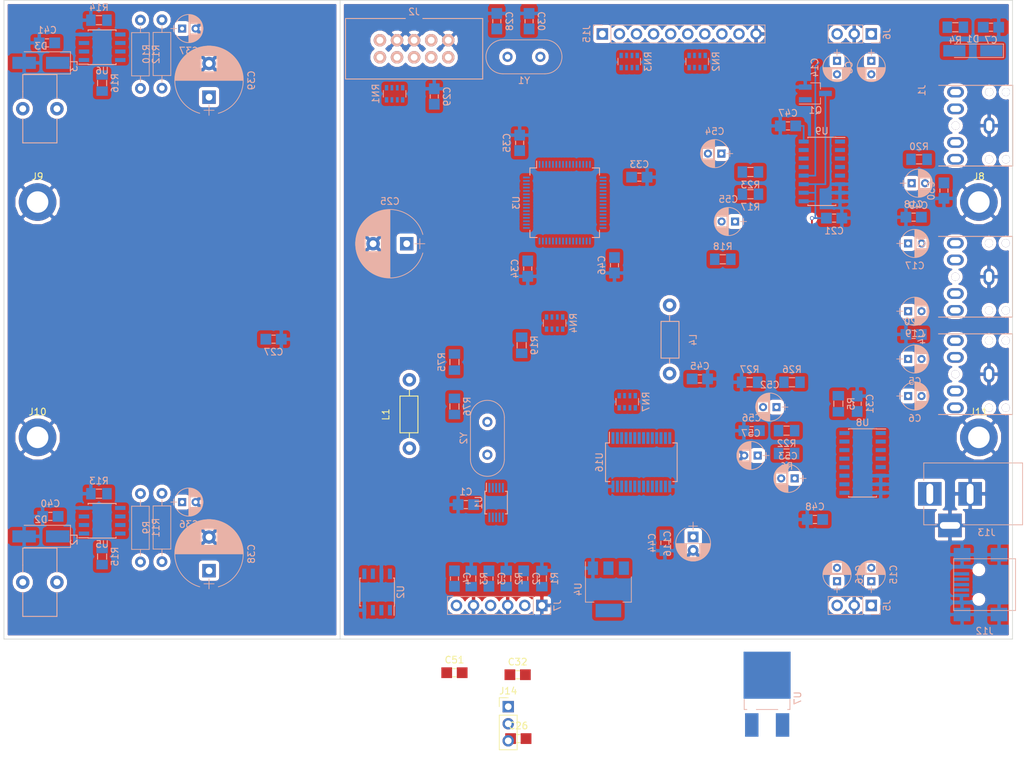
<source format=kicad_pcb>
(kicad_pcb (version 4) (host pcbnew 4.0.7)
  (layers (0 F.Cu signal) (31 B.Cu signal) (34 B.Paste user) (35 F.Paste user) (36 B.SilkS user) (37 F.SilkS user) (38 B.Mask user) (39 F.Mask user) (44 Edge.Cuts user))
  (net 0 "")
  (net 1 GND)
  (net 2 "Net-(C30-Pad1)")
  (net 3 "Net-(C41-Pad1)")
  (net 4 "Net-(C32-Pad1)")
  (net 5 "Net-(C15-Pad2)")
  (net 6 "Net-(D2-Pad1)")
  (net 7 +3V3)
  (net 8 "Net-(C2-Pad2)")
  (net 9 CLK0)
  (net 10 "Net-(C3-Pad2)")
  (net 11 CLK1)
  (net 12 "Net-(C4-Pad2)")
  (net 13 CLK2)
  (net 14 LINE_OUT_RIGHT)
  (net 15 "Net-(C14-Pad2)")
  (net 16 "Net-(C17-Pad2)")
  (net 17 "Net-(C28-Pad1)")
  (net 18 MCU_RESET)
  (net 19 +9V)
  (net 20 +12V)
  (net 21 "Net-(C40-Pad1)")
  (net 22 "Net-(D3-Pad1)")
  (net 23 "Net-(R11-Pad1)")
  (net 24 "Net-(R10-Pad2)")
  (net 25 "Net-(R13-Pad1)")
  (net 26 "Net-(R14-Pad1)")
  (net 27 "Net-(RN7-Pad1)")
  (net 28 "Net-(RN7-Pad3)")
  (net 29 "Net-(RN7-Pad2)")
  (net 30 "Net-(RN7-Pad4)")
  (net 31 I2S_SDO)
  (net 32 I2S_SCLK)
  (net 33 I2S_LRCK)
  (net 34 I2S_SDI)
  (net 35 SWCLK)
  (net 36 SWDIO)
  (net 37 SWO)
  (net 38 "Net-(U1-Pad2)")
  (net 39 "Net-(U1-Pad3)")
  (net 40 I2C_SCL)
  (net 41 I2C_SDA)
  (net 42 LINE_IN_LEFT)
  (net 43 LINE_IN_RIGHT)
  (net 44 "Net-(C17-Pad1)")
  (net 45 "Net-(C19-Pad1)")
  (net 46 "Net-(C19-Pad2)")
  (net 47 USB_DP)
  (net 48 USB_DM)
  (net 49 "Net-(J2-Pad2)")
  (net 50 "Net-(J2-Pad6)")
  (net 51 "Net-(J2-Pad4)")
  (net 52 "Net-(J2-Pad10)")
  (net 53 I2S_MCLK)
  (net 54 PTT_IN)
  (net 55 MIC_BIAS)
  (net 56 MIC_IN)
  (net 57 "Net-(C116-Pad1)")
  (net 58 "Net-(R19-Pad1)")
  (net 59 "Net-(D1-Pad1)")
  (net 60 I_IN)
  (net 61 Q_IN)
  (net 62 "Net-(C49-Pad2)")
  (net 63 "Net-(C5-Pad1)")
  (net 64 "Net-(C6-Pad1)")
  (net 65 I2C_SCL_MCU)
  (net 66 I2C_SDA_MCU)
  (net 67 LINE_OUT_LEFT)
  (net 68 "Net-(J12-Pad2)")
  (net 69 "Net-(J12-Pad3)")
  (net 70 "Net-(C45-Pad2)")
  (net 71 TX2)
  (net 72 "Net-(C5-Pad2)")
  (net 73 "Net-(C6-Pad2)")
  (net 74 "Net-(C8-Pad2)")
  (net 75 "Net-(C16-Pad2)")
  (net 76 "Net-(C21-Pad1)")
  (net 77 "Net-(C51-Pad1)")
  (net 78 "Net-(C52-Pad1)")
  (net 79 "Net-(C53-Pad1)")
  (net 80 "Net-(C54-Pad1)")
  (net 81 "Net-(C55-Pad1)")
  (net 82 "Net-(C56-Pad1)")
  (net 83 I_OUT)
  (net 84 Q_OUT)
  (net 85 "Net-(C38-Pad1)")
  (net 86 "Net-(J15-Pad6)")
  (net 87 "Net-(J15-Pad5)")
  (net 88 "Net-(J15-Pad7)")
  (net 89 "Net-(J15-Pad8)")
  (net 90 "Net-(J15-Pad2)")
  (net 91 "Net-(J15-Pad1)")
  (net 92 "Net-(J15-Pad3)")
  (net 93 "Net-(J15-Pad4)")
  (net 94 ADC)
  (module Housings_QFP:LQFP-64_10x10mm_Pitch0.5mm (layer B.Cu) (at 148.4 70.1 270)
    (fp_text reference U3 (at 0 7.2 270) (layer B.SilkS) (effects (justify mirror)))
    (fp_text value STM32F401RCTx)
    (pad 1 smd rect (at -5.7 3.75 270) (size 1 0.25) (layers B.Cu B.Paste B.Mask))
    (pad 2 smd rect (at -5.7 3.25 270) (size 1 0.25) (layers B.Cu B.Paste B.Mask))
    (pad 3 smd rect (at -5.7 2.75 270) (size 1 0.25) (layers B.Cu B.Paste B.Mask))
    (pad 4 smd rect (at -5.7 2.25 270) (size 1 0.25) (layers B.Cu B.Paste B.Mask))
    (pad 5 smd rect (at -5.7 1.75 270) (size 1 0.25) (layers B.Cu B.Paste B.Mask) (net 17 "Net-(C28-Pad1)"))
    (pad 6 smd rect (at -5.7 1.25 270) (size 1 0.25) (layers B.Cu B.Paste B.Mask) (net 2 "Net-(C30-Pad1)"))
    (pad 7 smd rect (at -5.7 0.75 270) (size 1 0.25) (layers B.Cu B.Paste B.Mask) (net 18 MCU_RESET))
    (pad 8 smd rect (at -5.7 0.25 270) (size 1 0.25) (layers B.Cu B.Paste B.Mask))
    (pad 9 smd rect (at -5.7 -0.25 270) (size 1 0.25) (layers B.Cu B.Paste B.Mask))
    (pad 10 smd rect (at -5.7 -0.75 270) (size 1 0.25) (layers B.Cu B.Paste B.Mask))
    (pad 11 smd rect (at -5.7 -1.25 270) (size 1 0.25) (layers B.Cu B.Paste B.Mask))
    (pad 12 smd rect (at -5.7 -1.75 270) (size 1 0.25) (layers B.Cu B.Paste B.Mask) (net 1 GND))
    (pad 13 smd rect (at -5.7 -2.25 270) (size 1 0.25) (layers B.Cu B.Paste B.Mask))
    (pad 14 smd rect (at -5.7 -2.75 270) (size 1 0.25) (layers B.Cu B.Paste B.Mask))
    (pad 15 smd rect (at -5.7 -3.25 270) (size 1 0.25) (layers B.Cu B.Paste B.Mask))
    (pad 16 smd rect (at -5.7 -3.75 270) (size 1 0.25) (layers B.Cu B.Paste B.Mask))
    (pad 17 smd rect (at -3.75 -5.7 180) (size 1 0.25) (layers B.Cu B.Paste B.Mask))
    (pad 18 smd rect (at -3.25 -5.7 180) (size 1 0.25) (layers B.Cu B.Paste B.Mask) (net 1 GND))
    (pad 19 smd rect (at -2.75 -5.7 180) (size 1 0.25) (layers B.Cu B.Paste B.Mask) (net 7 +3V3))
    (pad 20 smd rect (at -2.25 -5.7 180) (size 1 0.25) (layers B.Cu B.Paste B.Mask))
    (pad 21 smd rect (at -1.75 -5.7 180) (size 1 0.25) (layers B.Cu B.Paste B.Mask))
    (pad 22 smd rect (at -1.25 -5.7 180) (size 1 0.25) (layers B.Cu B.Paste B.Mask))
    (pad 23 smd rect (at -0.75 -5.7 180) (size 1 0.25) (layers B.Cu B.Paste B.Mask))
    (pad 24 smd rect (at -0.25 -5.7 180) (size 1 0.25) (layers B.Cu B.Paste B.Mask) (net 94 ADC))
    (pad 25 smd rect (at 0.25 -5.7 180) (size 1 0.25) (layers B.Cu B.Paste B.Mask))
    (pad 26 smd rect (at 0.75 -5.7 180) (size 1 0.25) (layers B.Cu B.Paste B.Mask))
    (pad 27 smd rect (at 1.25 -5.7 180) (size 1 0.25) (layers B.Cu B.Paste B.Mask))
    (pad 28 smd rect (at 1.75 -5.7 180) (size 1 0.25) (layers B.Cu B.Paste B.Mask))
    (pad 29 smd rect (at 2.25 -5.7 180) (size 1 0.25) (layers B.Cu B.Paste B.Mask))
    (pad 30 smd rect (at 2.75 -5.7 180) (size 1 0.25) (layers B.Cu B.Paste B.Mask) (net 4 "Net-(C32-Pad1)"))
    (pad 31 smd rect (at 3.25 -5.7 180) (size 1 0.25) (layers B.Cu B.Paste B.Mask) (net 1 GND))
    (pad 32 smd rect (at 3.75 -5.7 180) (size 1 0.25) (layers B.Cu B.Paste B.Mask) (net 7 +3V3))
    (pad 33 smd rect (at 5.7 -3.75 270) (size 1 0.25) (layers B.Cu B.Paste B.Mask) (net 33 I2S_LRCK))
    (pad 34 smd rect (at 5.7 -3.25 270) (size 1 0.25) (layers B.Cu B.Paste B.Mask) (net 32 I2S_SCLK))
    (pad 35 smd rect (at 5.7 -2.75 270) (size 1 0.25) (layers B.Cu B.Paste B.Mask) (net 34 I2S_SDI))
    (pad 36 smd rect (at 5.7 -2.25 270) (size 1 0.25) (layers B.Cu B.Paste B.Mask) (net 31 I2S_SDO))
    (pad 37 smd rect (at 5.7 -1.75 270) (size 1 0.25) (layers B.Cu B.Paste B.Mask) (net 53 I2S_MCLK))
    (pad 38 smd rect (at 5.7 -1.25 270) (size 1 0.25) (layers B.Cu B.Paste B.Mask))
    (pad 39 smd rect (at 5.7 -0.75 270) (size 1 0.25) (layers B.Cu B.Paste B.Mask) (net 71 TX2))
    (pad 40 smd rect (at 5.7 -0.25 270) (size 1 0.25) (layers B.Cu B.Paste B.Mask) (net 66 I2C_SDA_MCU))
    (pad 41 smd rect (at 5.7 0.25 270) (size 1 0.25) (layers B.Cu B.Paste B.Mask) (net 65 I2C_SCL_MCU))
    (pad 42 smd rect (at 5.7 0.75 270) (size 1 0.25) (layers B.Cu B.Paste B.Mask))
    (pad 43 smd rect (at 5.7 1.25 270) (size 1 0.25) (layers B.Cu B.Paste B.Mask))
    (pad 44 smd rect (at 5.7 1.75 270) (size 1 0.25) (layers B.Cu B.Paste B.Mask) (net 48 USB_DM))
    (pad 45 smd rect (at 5.7 2.25 270) (size 1 0.25) (layers B.Cu B.Paste B.Mask) (net 47 USB_DP))
    (pad 46 smd rect (at 5.7 2.75 270) (size 1 0.25) (layers B.Cu B.Paste B.Mask) (net 36 SWDIO))
    (pad 47 smd rect (at 5.7 3.25 270) (size 1 0.25) (layers B.Cu B.Paste B.Mask) (net 1 GND))
    (pad 48 smd rect (at 5.7 3.75 270) (size 1 0.25) (layers B.Cu B.Paste B.Mask) (net 7 +3V3))
    (pad 49 smd rect (at 3.75 5.7 180) (size 1 0.25) (layers B.Cu B.Paste B.Mask) (net 35 SWCLK))
    (pad 50 smd rect (at 3.25 5.7 180) (size 1 0.25) (layers B.Cu B.Paste B.Mask))
    (pad 51 smd rect (at 2.75 5.7 180) (size 1 0.25) (layers B.Cu B.Paste B.Mask))
    (pad 52 smd rect (at 2.25 5.7 180) (size 1 0.25) (layers B.Cu B.Paste B.Mask))
    (pad 53 smd rect (at 1.75 5.7 180) (size 1 0.25) (layers B.Cu B.Paste B.Mask))
    (pad 54 smd rect (at 1.25 5.7 180) (size 1 0.25) (layers B.Cu B.Paste B.Mask))
    (pad 55 smd rect (at 0.75 5.7 180) (size 1 0.25) (layers B.Cu B.Paste B.Mask) (net 37 SWO))
    (pad 56 smd rect (at 0.25 5.7 180) (size 1 0.25) (layers B.Cu B.Paste B.Mask))
    (pad 57 smd rect (at -0.25 5.7 180) (size 1 0.25) (layers B.Cu B.Paste B.Mask))
    (pad 58 smd rect (at -0.75 5.7 180) (size 1 0.25) (layers B.Cu B.Paste B.Mask))
    (pad 59 smd rect (at -1.25 5.7 180) (size 1 0.25) (layers B.Cu B.Paste B.Mask))
    (pad 60 smd rect (at -1.75 5.7 180) (size 1 0.25) (layers B.Cu B.Paste B.Mask) (net 1 GND))
    (pad 61 smd rect (at -2.25 5.7 180) (size 1 0.25) (layers B.Cu B.Paste B.Mask))
    (pad 62 smd rect (at -2.75 5.7 180) (size 1 0.25) (layers B.Cu B.Paste B.Mask))
    (pad 63 smd rect (at -3.25 5.7 180) (size 1 0.25) (layers B.Cu B.Paste B.Mask) (net 1 GND))
    (pad 64 smd rect (at -3.75 5.7 180) (size 1 0.25) (layers B.Cu B.Paste B.Mask) (net 7 +3V3))
  )
  (module UI:C_1206_0603 (layer B.Cu) (at 133.7 115 180)
    (fp_text reference C1 (at 0 1.9 180) (layer B.SilkS) (effects (justify mirror)))
    (fp_text value 100nF)
    (pad 2 smd rect (at 1.15 0 180) (size 1.6 1.6) (layers B.Cu B.Paste B.Mask) (net 1 GND))
    (pad 1 smd rect (at -1.15 0 180) (size 1.6 1.6) (layers B.Cu B.Paste B.Mask) (net 7 +3V3))
  )
  (module UI:C_1206_0603 (layer B.Cu) (at 142.3 126 90)
    (fp_text reference C2 (at 0 1.9 90) (layer B.SilkS) (effects (justify mirror)))
    (fp_text value 100nF)
    (pad 2 smd rect (at 1.15 0 90) (size 1.6 1.6) (layers B.Cu B.Paste B.Mask) (net 8 "Net-(C2-Pad2)"))
    (pad 1 smd rect (at -1.15 0 90) (size 1.6 1.6) (layers B.Cu B.Paste B.Mask) (net 13 CLK2))
  )
  (module Diodes_SMD:D_SMA_Handsoldering (layer B.Cu) (at 70.5 49.3 180)
    (fp_text reference D3 (at 0 2.5 180) (layer B.SilkS) (effects (justify mirror)))
    (fp_text value SS14)
    (pad 1 smd rect (at -2.5 0 180) (size 3.5 1.8) (layers B.Cu B.Paste B.Mask) (net 22 "Net-(D3-Pad1)"))
    (pad 2 smd rect (at 2.5 0 180) (size 3.5 1.8) (layers B.Cu B.Paste B.Mask) (net 1 GND))
  )
  (module UI:R_1206_0603 (layer B.Cu) (at 139.7 126 90)
    (fp_text reference R2 (at 0 1.9 90) (layer B.SilkS) (effects (justify mirror)))
    (fp_text value 100)
    (pad 1 smd rect (at -1.2 0) (size 1.7 1.4) (layers B.Cu B.Paste B.Mask) (net 11 CLK1))
    (pad 2 smd rect (at 1.2 0 90) (size 1.4 1.7) (layers B.Cu B.Paste B.Mask) (net 1 GND))
  )
  (module UI:R_1206_0603 (layer B.Cu) (at 134.5 126 90)
    (fp_text reference R3 (at 0 1.9 90) (layer B.SilkS) (effects (justify mirror)))
    (fp_text value 100)
    (pad 1 smd rect (at -1.2 0) (size 1.7 1.4) (layers B.Cu B.Paste B.Mask) (net 9 CLK0))
    (pad 2 smd rect (at 1.2 0 90) (size 1.4 1.7) (layers B.Cu B.Paste B.Mask) (net 1 GND))
  )
  (module Resistors_ThroughHole:R_Axial_DIN0207_L6.3mm_D2.5mm_P10.16mm_Horizontal (layer B.Cu) (at 88.5 113.325 270)
    (fp_text reference R9 (at 5.08 2.31 270) (layer B.SilkS) (effects (justify mirror)))
    (fp_text value 0.49R)
    (pad 1 thru_hole circle (at 0 0 270) (size 1.6 1.6) (drill 0.8) (layers *.Cu *.Mask) (net 20 +12V))
    (pad 2 thru_hole oval (at 10.16 0 270) (size 1.6 1.6) (drill 0.8) (layers *.Cu *.Mask) (net 23 "Net-(R11-Pad1)"))
  )
  (module UI:R_1206_0603 (layer B.Cu) (at 79.125 113.375 180)
    (fp_text reference R13 (at 0 1.9 180) (layer B.SilkS) (effects (justify mirror)))
    (fp_text value 11k)
    (pad 1 smd rect (at -1.2 0 90) (size 1.7 1.4) (layers B.Cu B.Paste B.Mask) (net 25 "Net-(R13-Pad1)"))
    (pad 2 smd rect (at 1.2 0 180) (size 1.4 1.7) (layers B.Cu B.Paste B.Mask) (net 1 GND))
  )
  (module Resistors_SMD:R_Array_Convex_4x0603 (layer B.Cu) (at 158 49.1 90)
    (fp_text reference RN3 (at 0 2.8 90) (layer B.SilkS) (effects (justify mirror)))
    (fp_text value 47)
    (pad 1 smd rect (at -0.9 1.2 90) (size 0.8 0.5) (layers B.Cu B.Paste B.Mask))
    (pad 3 smd rect (at -0.9 -0.4 90) (size 0.8 0.4) (layers B.Cu B.Paste B.Mask))
    (pad 2 smd rect (at -0.9 0.4 90) (size 0.8 0.4) (layers B.Cu B.Paste B.Mask))
    (pad 4 smd rect (at -0.9 -1.2 90) (size 0.8 0.5) (layers B.Cu B.Paste B.Mask))
    (pad 7 smd rect (at 0.9 0.4 90) (size 0.8 0.4) (layers B.Cu B.Paste B.Mask) (net 92 "Net-(J15-Pad3)"))
    (pad 8 smd rect (at 0.9 1.2 90) (size 0.8 0.5) (layers B.Cu B.Paste B.Mask) (net 93 "Net-(J15-Pad4)"))
    (pad 6 smd rect (at 0.9 -0.4 90) (size 0.8 0.4) (layers B.Cu B.Paste B.Mask) (net 90 "Net-(J15-Pad2)"))
    (pad 5 smd rect (at 0.9 -1.2 90) (size 0.8 0.5) (layers B.Cu B.Paste B.Mask) (net 91 "Net-(J15-Pad1)"))
  )
  (module Resistors_SMD:R_Array_Convex_4x0603 (layer B.Cu) (at 157.7 99.7 90)
    (fp_text reference RN7 (at 0 2.8 90) (layer B.SilkS) (effects (justify mirror)))
    (fp_text value 47)
    (pad 1 smd rect (at -0.9 1.2 90) (size 0.8 0.5) (layers B.Cu B.Paste B.Mask) (net 27 "Net-(RN7-Pad1)"))
    (pad 3 smd rect (at -0.9 -0.4 90) (size 0.8 0.4) (layers B.Cu B.Paste B.Mask) (net 28 "Net-(RN7-Pad3)"))
    (pad 2 smd rect (at -0.9 0.4 90) (size 0.8 0.4) (layers B.Cu B.Paste B.Mask) (net 29 "Net-(RN7-Pad2)"))
    (pad 4 smd rect (at -0.9 -1.2 90) (size 0.8 0.5) (layers B.Cu B.Paste B.Mask) (net 30 "Net-(RN7-Pad4)"))
    (pad 7 smd rect (at 0.9 0.4 90) (size 0.8 0.4) (layers B.Cu B.Paste B.Mask) (net 33 I2S_LRCK))
    (pad 8 smd rect (at 0.9 1.2 90) (size 0.8 0.5) (layers B.Cu B.Paste B.Mask) (net 34 I2S_SDI))
    (pad 6 smd rect (at 0.9 -0.4 90) (size 0.8 0.4) (layers B.Cu B.Paste B.Mask) (net 31 I2S_SDO))
    (pad 5 smd rect (at 0.9 -1.2 90) (size 0.8 0.5) (layers B.Cu B.Paste B.Mask) (net 32 I2S_SCLK))
  )
  (module Housings_SSOP:MSOP-10_3x3mm_Pitch0.5mm (layer B.Cu) (at 138.2 114.7 270)
    (fp_text reference U1 (at 0 2.6 270) (layer B.SilkS) (effects (justify mirror)))
    (fp_text value SI5351A)
    (pad 1 smd rect (at -2.2 1 270) (size 1.4 0.3) (layers B.Cu B.Paste B.Mask) (net 7 +3V3))
    (pad 2 smd rect (at -2.2 0.5 270) (size 1.4 0.3) (layers B.Cu B.Paste B.Mask) (net 38 "Net-(U1-Pad2)"))
    (pad 3 smd rect (at -2.2 0 270) (size 1.4 0.3) (layers B.Cu B.Paste B.Mask) (net 39 "Net-(U1-Pad3)"))
    (pad 4 smd rect (at -2.2 -0.5 270) (size 1.4 0.3) (layers B.Cu B.Paste B.Mask) (net 40 I2C_SCL))
    (pad 5 smd rect (at -2.2 -1 270) (size 1.4 0.3) (layers B.Cu B.Paste B.Mask) (net 41 I2C_SDA))
    (pad 6 smd rect (at 2.2 -1 270) (size 1.4 0.3) (layers B.Cu B.Paste B.Mask) (net 8 "Net-(C2-Pad2)"))
    (pad 7 smd rect (at 2.2 -0.5 270) (size 1.4 0.3) (layers B.Cu B.Paste B.Mask) (net 7 +3V3))
    (pad 8 smd rect (at 2.2 0 270) (size 1.4 0.3) (layers B.Cu B.Paste B.Mask) (net 1 GND))
    (pad 9 smd rect (at 2.2 0.5 270) (size 1.4 0.3) (layers B.Cu B.Paste B.Mask) (net 10 "Net-(C3-Pad2)"))
    (pad 10 smd rect (at 2.2 1 270) (size 1.4 0.3) (layers B.Cu B.Paste B.Mask) (net 12 "Net-(C4-Pad2)"))
  )
  (module UI:SOIC-8_3.9x4.9mm_Pitch1.27mm (layer B.Cu) (at 79.6 46.975)
    (fp_text reference U6 (at 0 3.5) (layer B.SilkS) (effects (justify mirror)))
    (fp_text value MC34063)
    (pad 1 smd rect (at -2.7 1.905) (size 1.55 0.6) (layers B.Cu B.Paste B.Mask) (net 24 "Net-(R10-Pad2)"))
    (pad 2 smd rect (at -2.7 0.635) (size 1.55 0.6) (layers B.Cu B.Paste B.Mask) (net 22 "Net-(D3-Pad1)"))
    (pad 3 smd rect (at -2.7 -0.635) (size 1.55 0.6) (layers B.Cu B.Paste B.Mask) (net 3 "Net-(C41-Pad1)"))
    (pad 4 smd rect (at -2.7 -1.905) (size 1.55 0.6) (layers B.Cu B.Paste B.Mask) (net 1 GND))
    (pad 5 smd rect (at 2.7 -1.905) (size 1.55 0.6) (layers B.Cu B.Paste B.Mask) (net 26 "Net-(R14-Pad1)"))
    (pad 6 smd rect (at 2.7 -0.635) (size 1.55 0.6) (layers B.Cu B.Paste B.Mask) (net 20 +12V))
    (pad 7 smd rect (at 2.7 0.635) (size 1.55 0.6) (layers B.Cu B.Paste B.Mask) (net 24 "Net-(R10-Pad2)"))
    (pad 8 smd rect (at 2.7 1.905) (size 1.55 0.6) (layers B.Cu B.Paste B.Mask) (net 24 "Net-(R10-Pad2)"))
  )
  (module Crystals:Crystal_HC49-U_Vertical (layer B.Cu) (at 139.9 48.4)
    (fp_text reference Y1 (at 2.44 3.525) (layer B.SilkS) (effects (justify mirror)))
    (fp_text value 20Mhz)
    (pad 1 thru_hole circle (at 0 0) (size 1.5 1.5) (drill 0.8) (layers *.Cu *.Mask) (net 17 "Net-(C28-Pad1)"))
    (pad 2 thru_hole circle (at 4.88 0) (size 1.5 1.5) (drill 0.8) (layers *.Cu *.Mask) (net 2 "Net-(C30-Pad1)"))
  )
  (module Crystals:Crystal_HC49-U_Vertical (layer B.Cu) (at 136.9 102.7 270)
    (fp_text reference Y2 (at 2.44 3.525 270) (layer B.SilkS) (effects (justify mirror)))
    (fp_text value Crystal)
    (pad 1 thru_hole circle (at 0 0 270) (size 1.5 1.5) (drill 0.8) (layers *.Cu *.Mask) (net 39 "Net-(U1-Pad3)"))
    (pad 2 thru_hole circle (at 4.88 0 270) (size 1.5 1.5) (drill 0.8) (layers *.Cu *.Mask) (net 38 "Net-(U1-Pad2)"))
  )
  (module UI:C_1206_0603 (layer B.Cu) (at 137.13 126 90)
    (fp_text reference C3 (at 0 1.9 90) (layer B.SilkS) (effects (justify mirror)))
    (fp_text value 100nF)
    (pad 2 smd rect (at 1.15 0 90) (size 1.6 1.6) (layers B.Cu B.Paste B.Mask) (net 10 "Net-(C3-Pad2)"))
    (pad 1 smd rect (at -1.15 0 90) (size 1.6 1.6) (layers B.Cu B.Paste B.Mask) (net 11 CLK1))
  )
  (module UI:C_1206_0603 (layer B.Cu) (at 132 126 90)
    (fp_text reference C4 (at 0 1.9 90) (layer B.SilkS) (effects (justify mirror)))
    (fp_text value 100nF)
    (pad 2 smd rect (at 1.15 0 90) (size 1.6 1.6) (layers B.Cu B.Paste B.Mask) (net 12 "Net-(C4-Pad2)"))
    (pad 1 smd rect (at -1.15 0 90) (size 1.6 1.6) (layers B.Cu B.Paste B.Mask) (net 9 CLK0))
  )
  (module Capacitors_ThroughHole:CP_Radial_D10.0mm_P5.00mm (layer B.Cu) (at 124.9 76.2 180)
    (fp_text reference C25 (at 2.5 6.31 180) (layer B.SilkS) (effects (justify mirror)))
    (fp_text value 330uF)
    (pad 1 thru_hole rect (at 0 0 180) (size 2 2) (drill 1) (layers *.Cu *.Mask) (net 7 +3V3))
    (pad 2 thru_hole circle (at 5 0 180) (size 2 2) (drill 1) (layers *.Cu *.Mask) (net 1 GND))
  )
  (module UI:C_1206_0603 (layer B.Cu) (at 105.1 90.4)
    (fp_text reference C27 (at 0 1.9) (layer B.SilkS) (effects (justify mirror)))
    (fp_text value 100nF)
    (pad 2 smd rect (at 1.15 0) (size 1.6 1.6) (layers B.Cu B.Paste B.Mask) (net 1 GND))
    (pad 1 smd rect (at -1.15 0) (size 1.6 1.6) (layers B.Cu B.Paste B.Mask) (net 7 +3V3))
  )
  (module UI:C_1206_0603 (layer B.Cu) (at 138.3 43.1 90)
    (fp_text reference C28 (at 0 1.9 90) (layer B.SilkS) (effects (justify mirror)))
    (fp_text value 22)
    (pad 2 smd rect (at 1.15 0 90) (size 1.6 1.6) (layers B.Cu B.Paste B.Mask) (net 1 GND))
    (pad 1 smd rect (at -1.15 0 90) (size 1.6 1.6) (layers B.Cu B.Paste B.Mask) (net 17 "Net-(C28-Pad1)"))
  )
  (module UI:C_1206_0603 (layer B.Cu) (at 129 54.3 90)
    (fp_text reference C29 (at 0 1.9 90) (layer B.SilkS) (effects (justify mirror)))
    (fp_text value 100nF)
    (pad 2 smd rect (at 1.15 0 90) (size 1.6 1.6) (layers B.Cu B.Paste B.Mask) (net 1 GND))
    (pad 1 smd rect (at -1.15 0 90) (size 1.6 1.6) (layers B.Cu B.Paste B.Mask) (net 18 MCU_RESET))
  )
  (module UI:C_1206_0603 (layer B.Cu) (at 143.1 43.1 90)
    (fp_text reference C30 (at 0 1.9 90) (layer B.SilkS) (effects (justify mirror)))
    (fp_text value 22)
    (pad 2 smd rect (at 1.15 0 90) (size 1.6 1.6) (layers B.Cu B.Paste B.Mask) (net 1 GND))
    (pad 1 smd rect (at -1.15 0 90) (size 1.6 1.6) (layers B.Cu B.Paste B.Mask) (net 2 "Net-(C30-Pad1)"))
  )
  (module UI:C_1206_0603 (layer B.Cu) (at 159.5 66.3 180)
    (fp_text reference C33 (at 0 1.9 180) (layer B.SilkS) (effects (justify mirror)))
    (fp_text value 100nF)
    (pad 2 smd rect (at 1.15 0 180) (size 1.6 1.6) (layers B.Cu B.Paste B.Mask) (net 7 +3V3))
    (pad 1 smd rect (at -1.15 0 180) (size 1.6 1.6) (layers B.Cu B.Paste B.Mask) (net 1 GND))
  )
  (module UI:C_1206_0603 (layer B.Cu) (at 142.9 79.9 90)
    (fp_text reference C34 (at 0 -1.9 90) (layer B.SilkS) (effects (justify mirror)))
    (fp_text value 100nF)
    (pad 2 smd rect (at 1.15 0 90) (size 1.6 1.6) (layers B.Cu B.Paste B.Mask) (net 7 +3V3))
    (pad 1 smd rect (at -1.15 0 90) (size 1.6 1.6) (layers B.Cu B.Paste B.Mask) (net 1 GND))
  )
  (module UI:C_1206_0603 (layer B.Cu) (at 141.7 61.2 270)
    (fp_text reference C35 (at 0 1.9 270) (layer B.SilkS) (effects (justify mirror)))
    (fp_text value 100nF)
    (pad 2 smd rect (at 1.15 0 270) (size 1.6 1.6) (layers B.Cu B.Paste B.Mask) (net 7 +3V3))
    (pad 1 smd rect (at -1.15 0 270) (size 1.6 1.6) (layers B.Cu B.Paste B.Mask) (net 1 GND))
  )
  (module Capacitors_ThroughHole:CP_Radial_D4.0mm_P2.00mm (layer B.Cu) (at 91.5 114.625)
    (fp_text reference C36 (at 1 3.31) (layer B.SilkS) (effects (justify mirror)))
    (fp_text value 10uF)
    (pad 1 thru_hole rect (at 0 0) (size 1.2 1.2) (drill 0.6) (layers *.Cu *.Mask) (net 20 +12V))
    (pad 2 thru_hole circle (at 2 0) (size 1.2 1.2) (drill 0.6) (layers *.Cu *.Mask) (net 1 GND))
  )
  (module Capacitors_ThroughHole:CP_Radial_D4.0mm_P2.00mm (layer B.Cu) (at 91.5 44.2)
    (fp_text reference C37 (at 1 3.31) (layer B.SilkS) (effects (justify mirror)))
    (fp_text value 10uF)
    (pad 1 thru_hole rect (at 0 0) (size 1.2 1.2) (drill 0.6) (layers *.Cu *.Mask) (net 20 +12V))
    (pad 2 thru_hole circle (at 2 0) (size 1.2 1.2) (drill 0.6) (layers *.Cu *.Mask) (net 1 GND))
  )
  (module Capacitors_ThroughHole:CP_Radial_D10.0mm_P5.00mm (layer B.Cu) (at 95.5 124.825 90)
    (fp_text reference C38 (at 2.5 6.31 90) (layer B.SilkS) (effects (justify mirror)))
    (fp_text value 1000uF)
    (pad 1 thru_hole rect (at 0 0 90) (size 2 2) (drill 1) (layers *.Cu *.Mask) (net 85 "Net-(C38-Pad1)"))
    (pad 2 thru_hole circle (at 5 0 90) (size 2 2) (drill 1) (layers *.Cu *.Mask) (net 1 GND))
  )
  (module Capacitors_ThroughHole:CP_Radial_D10.0mm_P5.00mm (layer B.Cu) (at 95.5 54.4 90)
    (fp_text reference C39 (at 2.5 6.31 90) (layer B.SilkS) (effects (justify mirror)))
    (fp_text value 1000uF)
    (pad 1 thru_hole rect (at 0 0 90) (size 2 2) (drill 1) (layers *.Cu *.Mask) (net 19 +9V))
    (pad 2 thru_hole circle (at 5 0 90) (size 2 2) (drill 1) (layers *.Cu *.Mask) (net 1 GND))
  )
  (module UI:C_1206_0603 (layer B.Cu) (at 71.9 116.75 180)
    (fp_text reference C40 (at 0 1.9 180) (layer B.SilkS) (effects (justify mirror)))
    (fp_text value 180pF)
    (pad 2 smd rect (at 1.15 0 180) (size 1.6 1.6) (layers B.Cu B.Paste B.Mask) (net 1 GND))
    (pad 1 smd rect (at -1.15 0 180) (size 1.6 1.6) (layers B.Cu B.Paste B.Mask) (net 21 "Net-(C40-Pad1)"))
  )
  (module UI:C_1206_0603 (layer B.Cu) (at 71.4 46.325 180)
    (fp_text reference C41 (at 0 1.9 180) (layer B.SilkS) (effects (justify mirror)))
    (fp_text value 180pF)
    (pad 2 smd rect (at 1.15 0 180) (size 1.6 1.6) (layers B.Cu B.Paste B.Mask) (net 1 GND))
    (pad 1 smd rect (at -1.15 0 180) (size 1.6 1.6) (layers B.Cu B.Paste B.Mask) (net 3 "Net-(C41-Pad1)"))
  )
  (module Diodes_SMD:D_SMA_Handsoldering (layer B.Cu) (at 70.5 119.725 180)
    (fp_text reference D2 (at 0 2.5 180) (layer B.SilkS) (effects (justify mirror)))
    (fp_text value SS14)
    (pad 1 smd rect (at -2.5 0 180) (size 3.5 1.8) (layers B.Cu B.Paste B.Mask) (net 6 "Net-(D2-Pad1)"))
    (pad 2 smd rect (at 2.5 0 180) (size 3.5 1.8) (layers B.Cu B.Paste B.Mask) (net 1 GND))
  )
  (module Choke_Axial_ThroughHole:Choke_Horizontal_RM10mm (layer F.Cu) (at 125.3 101.6 90)
    (fp_text reference L1 (at 0 -3.50012 90) (layer F.SilkS))
    (fp_text value 280uH)
    (pad 1 thru_hole circle (at -5.00126 0 90) (size 1.99898 1.99898) (drill 1.00076) (layers *.Cu *.Mask) (net 85 "Net-(C38-Pad1)"))
    (pad 2 thru_hole circle (at 5.15874 0 90) (size 1.99898 1.99898) (drill 1.00076) (layers *.Cu *.Mask) (net 7 +3V3))
  )
  (module UI:R_1206_0603 (layer B.Cu) (at 145 126 90)
    (fp_text reference R1 (at 0 1.9 90) (layer B.SilkS) (effects (justify mirror)))
    (fp_text value 100)
    (pad 1 smd rect (at -1.2 0) (size 1.7 1.4) (layers B.Cu B.Paste B.Mask) (net 13 CLK2))
    (pad 2 smd rect (at 1.2 0 90) (size 1.4 1.7) (layers B.Cu B.Paste B.Mask) (net 1 GND))
  )
  (module Resistors_ThroughHole:R_Axial_DIN0207_L6.3mm_D2.5mm_P10.16mm_Horizontal (layer B.Cu) (at 88.5 42.9 270)
    (fp_text reference R10 (at 5.08 2.31 270) (layer B.SilkS) (effects (justify mirror)))
    (fp_text value 0.49R)
    (pad 1 thru_hole circle (at 0 0 270) (size 1.6 1.6) (drill 0.8) (layers *.Cu *.Mask) (net 20 +12V))
    (pad 2 thru_hole oval (at 10.16 0 270) (size 1.6 1.6) (drill 0.8) (layers *.Cu *.Mask) (net 24 "Net-(R10-Pad2)"))
  )
  (module Resistors_ThroughHole:R_Axial_DIN0207_L6.3mm_D2.5mm_P10.16mm_Horizontal (layer B.Cu) (at 85.3 123.525 90)
    (fp_text reference R11 (at 5.08 2.31 90) (layer B.SilkS) (effects (justify mirror)))
    (fp_text value 0.49R)
    (pad 1 thru_hole circle (at 0 0 90) (size 1.6 1.6) (drill 0.8) (layers *.Cu *.Mask) (net 23 "Net-(R11-Pad1)"))
    (pad 2 thru_hole oval (at 10.16 0 90) (size 1.6 1.6) (drill 0.8) (layers *.Cu *.Mask) (net 20 +12V))
  )
  (module Resistors_ThroughHole:R_Axial_DIN0207_L6.3mm_D2.5mm_P10.16mm_Horizontal (layer B.Cu) (at 85.3 53.1 90)
    (fp_text reference R12 (at 5.08 2.31 90) (layer B.SilkS) (effects (justify mirror)))
    (fp_text value 0.49R)
    (pad 1 thru_hole circle (at 0 0 90) (size 1.6 1.6) (drill 0.8) (layers *.Cu *.Mask) (net 24 "Net-(R10-Pad2)"))
    (pad 2 thru_hole oval (at 10.16 0 90) (size 1.6 1.6) (drill 0.8) (layers *.Cu *.Mask) (net 20 +12V))
  )
  (module UI:R_1206_0603 (layer B.Cu) (at 79.125 42.95 180)
    (fp_text reference R14 (at 0 1.9 180) (layer B.SilkS) (effects (justify mirror)))
    (fp_text value 1k)
    (pad 1 smd rect (at -1.2 0 90) (size 1.7 1.4) (layers B.Cu B.Paste B.Mask) (net 26 "Net-(R14-Pad1)"))
    (pad 2 smd rect (at 1.2 0 180) (size 1.4 1.7) (layers B.Cu B.Paste B.Mask) (net 1 GND))
  )
  (module UI:R_1206_0603 (layer B.Cu) (at 79.6 122.725 90)
    (fp_text reference R15 (at 0 1.9 90) (layer B.SilkS) (effects (justify mirror)))
    (fp_text value 18k)
    (pad 1 smd rect (at -1.2 0) (size 1.7 1.4) (layers B.Cu B.Paste B.Mask) (net 85 "Net-(C38-Pad1)"))
    (pad 2 smd rect (at 1.2 0 90) (size 1.4 1.7) (layers B.Cu B.Paste B.Mask) (net 25 "Net-(R13-Pad1)"))
  )
  (module UI:R_1206_0603 (layer B.Cu) (at 79.6 52.3 90)
    (fp_text reference R16 (at 0 1.9 90) (layer B.SilkS) (effects (justify mirror)))
    (fp_text value 6.2k)
    (pad 1 smd rect (at -1.2 0) (size 1.7 1.4) (layers B.Cu B.Paste B.Mask) (net 19 +9V))
    (pad 2 smd rect (at 1.2 0 90) (size 1.4 1.7) (layers B.Cu B.Paste B.Mask) (net 26 "Net-(R14-Pad1)"))
  )
  (module Housings_SOIC:SOIC-8_3.9x4.9mm_Pitch1.27mm (layer B.Cu) (at 120.5 128 90)
    (fp_text reference U2 (at 0 3.5 90) (layer B.SilkS) (effects (justify mirror)))
    (fp_text value FM24CL16B)
    (pad 1 smd rect (at -2.7 1.905 90) (size 1.55 0.6) (layers B.Cu B.Paste B.Mask))
    (pad 2 smd rect (at -2.7 0.635 90) (size 1.55 0.6) (layers B.Cu B.Paste B.Mask))
    (pad 3 smd rect (at -2.7 -0.635 90) (size 1.55 0.6) (layers B.Cu B.Paste B.Mask))
    (pad 4 smd rect (at -2.7 -1.905 90) (size 1.55 0.6) (layers B.Cu B.Paste B.Mask) (net 1 GND))
    (pad 5 smd rect (at 2.7 -1.905 90) (size 1.55 0.6) (layers B.Cu B.Paste B.Mask) (net 41 I2C_SDA))
    (pad 6 smd rect (at 2.7 -0.635 90) (size 1.55 0.6) (layers B.Cu B.Paste B.Mask) (net 40 I2C_SCL))
    (pad 7 smd rect (at 2.7 0.635 90) (size 1.55 0.6) (layers B.Cu B.Paste B.Mask) (net 1 GND))
    (pad 8 smd rect (at 2.7 1.905 90) (size 1.55 0.6) (layers B.Cu B.Paste B.Mask) (net 7 +3V3))
  )
  (module TO_SOT_Packages_SMD:SOT-223 (layer B.Cu) (at 154.9 127.6 270)
    (fp_text reference U4 (at 0 4.5 270) (layer B.SilkS) (effects (justify mirror)))
    (fp_text value AP1117-33)
    (pad 4 smd rect (at 3.15 0 270) (size 2 3.8) (layers B.Cu B.Paste B.Mask))
    (pad 2 smd rect (at -3.15 0 270) (size 2 1.5) (layers B.Cu B.Paste B.Mask) (net 85 "Net-(C38-Pad1)"))
    (pad 3 smd rect (at -3.15 -2.3 270) (size 2 1.5) (layers B.Cu B.Paste B.Mask) (net 19 +9V))
    (pad 1 smd rect (at -3.15 2.3 270) (size 2 1.5) (layers B.Cu B.Paste B.Mask) (net 1 GND))
  )
  (module UI:SOIC-8_3.9x4.9mm_Pitch1.27mm (layer B.Cu) (at 79.6 117.4)
    (fp_text reference U5 (at 0 3.5) (layer B.SilkS) (effects (justify mirror)))
    (fp_text value MC34063)
    (pad 1 smd rect (at -2.7 1.905) (size 1.55 0.6) (layers B.Cu B.Paste B.Mask) (net 23 "Net-(R11-Pad1)"))
    (pad 2 smd rect (at -2.7 0.635) (size 1.55 0.6) (layers B.Cu B.Paste B.Mask) (net 6 "Net-(D2-Pad1)"))
    (pad 3 smd rect (at -2.7 -0.635) (size 1.55 0.6) (layers B.Cu B.Paste B.Mask) (net 21 "Net-(C40-Pad1)"))
    (pad 4 smd rect (at -2.7 -1.905) (size 1.55 0.6) (layers B.Cu B.Paste B.Mask) (net 1 GND))
    (pad 5 smd rect (at 2.7 -1.905) (size 1.55 0.6) (layers B.Cu B.Paste B.Mask) (net 25 "Net-(R13-Pad1)"))
    (pad 6 smd rect (at 2.7 -0.635) (size 1.55 0.6) (layers B.Cu B.Paste B.Mask) (net 20 +12V))
    (pad 7 smd rect (at 2.7 0.635) (size 1.55 0.6) (layers B.Cu B.Paste B.Mask) (net 23 "Net-(R11-Pad1)"))
    (pad 8 smd rect (at 2.7 1.905) (size 1.55 0.6) (layers B.Cu B.Paste B.Mask) (net 23 "Net-(R11-Pad1)"))
  )
  (module TO_SOT_Packages_SMD:TO-252-2_Rectifier (layer B.Cu) (at 178.5 143.2 90)
    (fp_text reference U7 (at -0.575 4.55 90) (layer B.SilkS) (effects (justify mirror)))
    (fp_text value 78M09)
    (pad 1 smd rect (at -4.575 2.3 180) (size 2 3.5) (layers B.Cu B.Paste B.Mask) (net 20 +12V))
    (pad 3 smd rect (at -4.575 -2.28 180) (size 2 3.5) (layers B.Cu B.Paste B.Mask) (net 19 +9V))
    (pad 2 smd rect (at 2.825 0 180) (size 7 7) (layers B.Cu B.Paste B.Mask) (net 1 GND))
  )
  (module Housings_SSOP:SSOP-28_5.3x10.2mm_Pitch0.65mm (layer B.Cu) (at 159.8 108.7 270)
    (fp_text reference U16 (at 0 6.25 270) (layer B.SilkS) (effects (justify mirror)))
    (fp_text value WM8731_alt)
    (pad 1 smd rect (at -3.6 4.225 270) (size 1.75 0.45) (layers B.Cu B.Paste B.Mask) (net 7 +3V3))
    (pad 2 smd rect (at -3.6 3.575 270) (size 1.75 0.45) (layers B.Cu B.Paste B.Mask))
    (pad 3 smd rect (at -3.6 2.925 270) (size 1.75 0.45) (layers B.Cu B.Paste B.Mask) (net 30 "Net-(RN7-Pad4)"))
    (pad 4 smd rect (at -3.6 2.275 270) (size 1.75 0.45) (layers B.Cu B.Paste B.Mask) (net 28 "Net-(RN7-Pad3)"))
    (pad 5 smd rect (at -3.6 1.625 270) (size 1.75 0.45) (layers B.Cu B.Paste B.Mask) (net 29 "Net-(RN7-Pad2)"))
    (pad 6 smd rect (at -3.6 0.975 270) (size 1.75 0.45) (layers B.Cu B.Paste B.Mask) (net 27 "Net-(RN7-Pad1)"))
    (pad 7 smd rect (at -3.6 0.325 270) (size 1.75 0.45) (layers B.Cu B.Paste B.Mask) (net 29 "Net-(RN7-Pad2)"))
    (pad 8 smd rect (at -3.6 -0.325 270) (size 1.75 0.45) (layers B.Cu B.Paste B.Mask) (net 70 "Net-(C45-Pad2)"))
    (pad 9 smd rect (at -3.6 -0.975 270) (size 1.75 0.45) (layers B.Cu B.Paste B.Mask) (net 44 "Net-(C17-Pad1)"))
    (pad 10 smd rect (at -3.6 -1.625 270) (size 1.75 0.45) (layers B.Cu B.Paste B.Mask) (net 45 "Net-(C19-Pad1)"))
    (pad 11 smd rect (at -3.6 -2.275 270) (size 1.75 0.45) (layers B.Cu B.Paste B.Mask) (net 1 GND))
    (pad 12 smd rect (at -3.6 -2.925 270) (size 1.75 0.45) (layers B.Cu B.Paste B.Mask) (net 67 LINE_OUT_LEFT))
    (pad 13 smd rect (at -3.6 -3.575 270) (size 1.75 0.45) (layers B.Cu B.Paste B.Mask) (net 14 LINE_OUT_RIGHT))
    (pad 14 smd rect (at -3.6 -4.225 270) (size 1.75 0.45) (layers B.Cu B.Paste B.Mask) (net 70 "Net-(C45-Pad2)"))
    (pad 15 smd rect (at 3.6 -4.225 270) (size 1.75 0.45) (layers B.Cu B.Paste B.Mask) (net 1 GND))
    (pad 16 smd rect (at 3.6 -3.575 270) (size 1.75 0.45) (layers B.Cu B.Paste B.Mask) (net 57 "Net-(C116-Pad1)"))
    (pad 17 smd rect (at 3.6 -2.925 270) (size 1.75 0.45) (layers B.Cu B.Paste B.Mask) (net 55 MIC_BIAS))
    (pad 18 smd rect (at 3.6 -2.275 270) (size 1.75 0.45) (layers B.Cu B.Paste B.Mask) (net 56 MIC_IN))
    (pad 19 smd rect (at 3.6 -1.625 270) (size 1.75 0.45) (layers B.Cu B.Paste B.Mask) (net 43 LINE_IN_RIGHT))
    (pad 20 smd rect (at 3.6 -0.975 270) (size 1.75 0.45) (layers B.Cu B.Paste B.Mask) (net 42 LINE_IN_LEFT))
    (pad 21 smd rect (at 3.6 -0.325 270) (size 1.75 0.45) (layers B.Cu B.Paste B.Mask) (net 1 GND))
    (pad 22 smd rect (at 3.6 0.325 270) (size 1.75 0.45) (layers B.Cu B.Paste B.Mask) (net 1 GND))
    (pad 23 smd rect (at 3.6 0.975 270) (size 1.75 0.45) (layers B.Cu B.Paste B.Mask) (net 41 I2C_SDA))
    (pad 24 smd rect (at 3.6 1.625 270) (size 1.75 0.45) (layers B.Cu B.Paste B.Mask) (net 40 I2C_SCL))
    (pad 25 smd rect (at 3.6 2.275 270) (size 1.75 0.45) (layers B.Cu B.Paste B.Mask) (net 58 "Net-(R19-Pad1)"))
    (pad 26 smd rect (at 3.6 2.925 270) (size 1.75 0.45) (layers B.Cu B.Paste B.Mask))
    (pad 27 smd rect (at 3.6 3.575 270) (size 1.75 0.45) (layers B.Cu B.Paste B.Mask) (net 7 +3V3))
    (pad 28 smd rect (at 3.6 4.225 270) (size 1.75 0.45) (layers B.Cu B.Paste B.Mask) (net 1 GND))
  )
  (module Capacitors_ThroughHole:CP_Radial_D4.0mm_P2.00mm (layer B.Cu) (at 188.9 49 270)
    (fp_text reference C14 (at 1 3.31 270) (layer B.SilkS) (effects (justify mirror)))
    (fp_text value 1uF)
    (pad 1 thru_hole rect (at 0 0 270) (size 1.2 1.2) (drill 0.6) (layers *.Cu *.Mask) (net 84 Q_OUT))
    (pad 2 thru_hole circle (at 2 0 270) (size 1.2 1.2) (drill 0.6) (layers *.Cu *.Mask) (net 15 "Net-(C14-Pad2)"))
  )
  (module Capacitors_ThroughHole:CP_Radial_D4.0mm_P2.00mm (layer B.Cu) (at 194 126.4 90)
    (fp_text reference C15 (at 1 3.31 90) (layer B.SilkS) (effects (justify mirror)))
    (fp_text value 1uF)
    (pad 1 thru_hole rect (at 0 0 90) (size 1.2 1.2) (drill 0.6) (layers *.Cu *.Mask) (net 60 I_IN))
    (pad 2 thru_hole circle (at 2 0 90) (size 1.2 1.2) (drill 0.6) (layers *.Cu *.Mask) (net 5 "Net-(C15-Pad2)"))
  )
  (module Capacitors_ThroughHole:CP_Radial_D4.0mm_P2.00mm (layer B.Cu) (at 199.475 86.24)
    (fp_text reference C19 (at 1 3.31) (layer B.SilkS) (effects (justify mirror)))
    (fp_text value 1uF)
    (pad 1 thru_hole rect (at 0 0) (size 1.2 1.2) (drill 0.6) (layers *.Cu *.Mask) (net 45 "Net-(C19-Pad1)"))
    (pad 2 thru_hole circle (at 2 0) (size 1.2 1.2) (drill 0.6) (layers *.Cu *.Mask) (net 46 "Net-(C19-Pad2)"))
  )
  (module Capacitors_ThroughHole:CP_Radial_D4.0mm_P2.00mm (layer B.Cu) (at 199.475 76.16)
    (fp_text reference C17 (at 1 3.31) (layer B.SilkS) (effects (justify mirror)))
    (fp_text value 1uF)
    (pad 1 thru_hole rect (at 0 0) (size 1.2 1.2) (drill 0.6) (layers *.Cu *.Mask) (net 44 "Net-(C17-Pad1)"))
    (pad 2 thru_hole circle (at 2 0) (size 1.2 1.2) (drill 0.6) (layers *.Cu *.Mask) (net 16 "Net-(C17-Pad2)"))
  )
  (module UI:audio_jack_3_5mm_PJ307 (layer B.Cu) (at 211.5 81.11 90)
    (fp_text reference J3 (at 5.25 -10 90) (layer B.SilkS) (effects (justify mirror)))
    (fp_text value Audio-Jack-3_2Switches hide)
    (pad 3 thru_hole oval (at 0 0 90) (size 2.5 1.6) (drill oval 1.6 0.9) (layers *.Cu *.Mask) (net 1 GND))
    (pad 6 thru_hole oval (at 0 -5 90) (size 1.2 1.2) (drill oval 1.2) (layers *.Cu *.Mask))
    (pad 2 thru_hole oval (at 5 -5 90) (size 1.6 2.5) (drill oval 0.9 1.6) (layers *.Cu *.Mask) (net 16 "Net-(C17-Pad2)"))
    (pad 5 thru_hole oval (at 2.5 -5 90) (size 1.6 2.5) (drill oval 0.9 1.6) (layers *.Cu *.Mask))
    (pad 4 thru_hole oval (at -2.5 -5 90) (size 1.6 2.5) (drill oval 0.9 1.6) (layers *.Cu *.Mask))
    (pad 1 thru_hole oval (at -5 -5 90) (size 1.6 2.5) (drill oval 0.9 1.6) (layers *.Cu *.Mask) (net 46 "Net-(C19-Pad2)"))
    (pad 7 thru_hole oval (at 5 0 90) (size 1.2 1.2) (drill oval 1.2) (layers *.Cu *.Mask))
    (pad 8 thru_hole oval (at -5 0 90) (size 1.2 1.2) (drill oval 1.2) (layers *.Cu *.Mask))
    (pad 9 thru_hole oval (at 5 2.5 90) (size 1.2 1.2) (drill oval 1.2) (layers *.Cu *.Mask))
    (pad 10 thru_hole oval (at -5 2.5 90) (size 1.2 1.2) (drill oval 1.2) (layers *.Cu *.Mask))
  )
  (module UI:R_1206_0603 (layer B.Cu) (at 132 93.8 270)
    (fp_text reference R75 (at 0 1.9 270) (layer B.SilkS) (effects (justify mirror)))
    (fp_text value 4.7k)
    (pad 1 smd rect (at -1.2 0 180) (size 1.7 1.4) (layers B.Cu B.Paste B.Mask) (net 7 +3V3))
    (pad 2 smd rect (at 1.2 0 270) (size 1.4 1.7) (layers B.Cu B.Paste B.Mask) (net 40 I2C_SCL))
  )
  (module UI:R_1206_0603 (layer B.Cu) (at 132 100.4 90)
    (fp_text reference R76 (at 0 1.9 90) (layer B.SilkS) (effects (justify mirror)))
    (fp_text value 4.7k)
    (pad 1 smd rect (at -1.2 0) (size 1.7 1.4) (layers B.Cu B.Paste B.Mask) (net 7 +3V3))
    (pad 2 smd rect (at 1.2 0 90) (size 1.4 1.7) (layers B.Cu B.Paste B.Mask) (net 41 I2C_SDA))
  )
  (module UI:C_1206_0603 (layer B.Cu) (at 163.3 120.7 270)
    (fp_text reference C44 (at 0 1.9 270) (layer B.SilkS) (effects (justify mirror)))
    (fp_text value 100nF)
    (pad 2 smd rect (at 1.15 0 270) (size 1.6 1.6) (layers B.Cu B.Paste B.Mask) (net 1 GND))
    (pad 1 smd rect (at -1.15 0 270) (size 1.6 1.6) (layers B.Cu B.Paste B.Mask) (net 57 "Net-(C116-Pad1)"))
  )
  (module UI:C_1206_0603 (layer B.Cu) (at 168.5 96.3 180)
    (fp_text reference C45 (at 0 1.9 180) (layer B.SilkS) (effects (justify mirror)))
    (fp_text value 100nF)
    (pad 2 smd rect (at 1.15 0 180) (size 1.6 1.6) (layers B.Cu B.Paste B.Mask) (net 70 "Net-(C45-Pad2)"))
    (pad 1 smd rect (at -1.15 0 180) (size 1.6 1.6) (layers B.Cu B.Paste B.Mask) (net 1 GND))
  )
  (module UI:C_1206_0603 (layer B.Cu) (at 155.8 79.4 270)
    (fp_text reference C46 (at 0 1.9 270) (layer B.SilkS) (effects (justify mirror)))
    (fp_text value 100nF)
    (pad 2 smd rect (at 1.15 0 270) (size 1.6 1.6) (layers B.Cu B.Paste B.Mask) (net 1 GND))
    (pad 1 smd rect (at -1.15 0 270) (size 1.6 1.6) (layers B.Cu B.Paste B.Mask) (net 7 +3V3))
  )
  (module Capacitors_ThroughHole:CP_Radial_D5.0mm_P2.00mm (layer B.Cu) (at 167.5 119.8 270)
    (fp_text reference C116 (at 1 3.81 270) (layer B.SilkS) (effects (justify mirror)))
    (fp_text value 10uF)
    (pad 1 thru_hole rect (at 0 0 270) (size 1.6 1.6) (drill 0.8) (layers *.Cu *.Mask) (net 57 "Net-(C116-Pad1)"))
    (pad 2 thru_hole circle (at 2 0 270) (size 1.6 1.6) (drill 0.8) (layers *.Cu *.Mask) (net 1 GND))
  )
  (module UI:R_1206_0603 (layer B.Cu) (at 142 91.3 90)
    (fp_text reference R19 (at 0 1.9 90) (layer B.SilkS) (effects (justify mirror)))
    (fp_text value 100)
    (pad 1 smd rect (at -1.2 0) (size 1.7 1.4) (layers B.Cu B.Paste B.Mask) (net 58 "Net-(R19-Pad1)"))
    (pad 2 smd rect (at 1.2 0 90) (size 1.4 1.7) (layers B.Cu B.Paste B.Mask) (net 53 I2S_MCLK))
  )
  (module UI:audio_jack_3_5mm_PJ307 (layer B.Cu) (at 211.53 58.64 90)
    (fp_text reference J1 (at 5.25 -10 90) (layer B.SilkS) (effects (justify mirror)))
    (fp_text value MIC_PTT hide)
    (pad 3 thru_hole oval (at 0 0 90) (size 2.5 1.6) (drill oval 1.6 0.9) (layers *.Cu *.Mask) (net 1 GND))
    (pad 6 thru_hole oval (at 0 -5 90) (size 1.2 1.2) (drill oval 1.2) (layers *.Cu *.Mask))
    (pad 2 thru_hole oval (at 5 -5 90) (size 1.6 2.5) (drill oval 0.9 1.6) (layers *.Cu *.Mask) (net 59 "Net-(D1-Pad1)"))
    (pad 5 thru_hole oval (at 2.5 -5 90) (size 1.6 2.5) (drill oval 0.9 1.6) (layers *.Cu *.Mask) (net 59 "Net-(D1-Pad1)"))
    (pad 4 thru_hole oval (at -2.5 -5 90) (size 1.6 2.5) (drill oval 0.9 1.6) (layers *.Cu *.Mask) (net 62 "Net-(C49-Pad2)"))
    (pad 1 thru_hole oval (at -5 -5 90) (size 1.6 2.5) (drill oval 0.9 1.6) (layers *.Cu *.Mask) (net 62 "Net-(C49-Pad2)"))
    (pad 7 thru_hole oval (at 5 0 90) (size 1.2 1.2) (drill oval 1.2) (layers *.Cu *.Mask))
    (pad 8 thru_hole oval (at -5 0 90) (size 1.2 1.2) (drill oval 1.2) (layers *.Cu *.Mask))
    (pad 9 thru_hole oval (at 5 2.5 90) (size 1.2 1.2) (drill oval 1.2) (layers *.Cu *.Mask))
    (pad 10 thru_hole oval (at -5 2.5 90) (size 1.2 1.2) (drill oval 1.2) (layers *.Cu *.Mask))
  )
  (module UI:audio_jack_3_5mm_PJ307 (layer B.Cu) (at 211.5 95.6 90)
    (fp_text reference J4 (at 5.25 -10 90) (layer B.SilkS) (effects (justify mirror)))
    (fp_text value LINEIN hide)
    (pad 3 thru_hole oval (at 0 0 90) (size 2.5 1.6) (drill oval 1.6 0.9) (layers *.Cu *.Mask) (net 1 GND))
    (pad 6 thru_hole oval (at 0 -5 90) (size 1.2 1.2) (drill oval 1.2) (layers *.Cu *.Mask))
    (pad 2 thru_hole oval (at 5 -5 90) (size 1.6 2.5) (drill oval 0.9 1.6) (layers *.Cu *.Mask) (net 72 "Net-(C5-Pad2)"))
    (pad 5 thru_hole oval (at 2.5 -5 90) (size 1.6 2.5) (drill oval 0.9 1.6) (layers *.Cu *.Mask) (net 72 "Net-(C5-Pad2)"))
    (pad 4 thru_hole oval (at -2.5 -5 90) (size 1.6 2.5) (drill oval 0.9 1.6) (layers *.Cu *.Mask) (net 73 "Net-(C6-Pad2)"))
    (pad 1 thru_hole oval (at -5 -5 90) (size 1.6 2.5) (drill oval 0.9 1.6) (layers *.Cu *.Mask) (net 73 "Net-(C6-Pad2)"))
    (pad 7 thru_hole oval (at 5 0 90) (size 1.2 1.2) (drill oval 1.2) (layers *.Cu *.Mask))
    (pad 8 thru_hole oval (at -5 0 90) (size 1.2 1.2) (drill oval 1.2) (layers *.Cu *.Mask))
    (pad 9 thru_hole oval (at 5 2.5 90) (size 1.2 1.2) (drill oval 1.2) (layers *.Cu *.Mask))
    (pad 10 thru_hole oval (at -5 2.5 90) (size 1.2 1.2) (drill oval 1.2) (layers *.Cu *.Mask))
  )
  (module UI:C_1206_0603 (layer B.Cu) (at 211.8 44)
    (fp_text reference C7 (at 0 1.9) (layer B.SilkS) (effects (justify mirror)))
    (fp_text value 100nF)
    (pad 2 smd rect (at 1.15 0) (size 1.6 1.6) (layers B.Cu B.Paste B.Mask) (net 1 GND))
    (pad 1 smd rect (at -1.15 0) (size 1.6 1.6) (layers B.Cu B.Paste B.Mask) (net 54 PTT_IN))
  )
  (module Capacitors_ThroughHole:CP_Radial_D4.0mm_P2.00mm (layer B.Cu) (at 200 67.2)
    (fp_text reference C49 (at 1 3.31) (layer B.SilkS) (effects (justify mirror)))
    (fp_text value 1uF)
    (pad 1 thru_hole rect (at 0 0) (size 1.2 1.2) (drill 0.6) (layers *.Cu *.Mask) (net 56 MIC_IN))
    (pad 2 thru_hole circle (at 2 0) (size 1.2 1.2) (drill 0.6) (layers *.Cu *.Mask) (net 62 "Net-(C49-Pad2)"))
  )
  (module UI:C_1206_0603 (layer B.Cu) (at 204.8 68.3 270)
    (fp_text reference C50 (at 0 1.9 270) (layer B.SilkS) (effects (justify mirror)))
    (fp_text value 220)
    (pad 2 smd rect (at 1.15 0 270) (size 1.6 1.6) (layers B.Cu B.Paste B.Mask) (net 1 GND))
    (pad 1 smd rect (at -1.15 0 270) (size 1.6 1.6) (layers B.Cu B.Paste B.Mask) (net 62 "Net-(C49-Pad2)"))
  )
  (module Diodes_SMD:D_MiniMELF_Handsoldering (layer B.Cu) (at 209.1 47.5 180)
    (fp_text reference D1 (at 0 1.75 180) (layer B.SilkS) (effects (justify mirror)))
    (fp_text value LL4148)
    (pad 1 smd rect (at -2.75 0 180) (size 3.3 1.7) (layers B.Cu B.Paste B.Mask) (net 59 "Net-(D1-Pad1)"))
    (pad 2 smd rect (at 2.75 0 180) (size 3.3 1.7) (layers B.Cu B.Paste B.Mask) (net 54 PTT_IN))
  )
  (module UI:R_1206_0603 (layer B.Cu) (at 206.5 44)
    (fp_text reference R4 (at 0 1.9) (layer B.SilkS) (effects (justify mirror)))
    (fp_text value 4.7k)
    (pad 1 smd rect (at -1.2 0 270) (size 1.7 1.4) (layers B.Cu B.Paste B.Mask) (net 7 +3V3))
    (pad 2 smd rect (at 1.2 0) (size 1.4 1.7) (layers B.Cu B.Paste B.Mask) (net 54 PTT_IN))
  )
  (module UI:R_1206_0603 (layer B.Cu) (at 201.1 63.65 180)
    (fp_text reference R20 (at 0 1.9 180) (layer B.SilkS) (effects (justify mirror)))
    (fp_text value 680)
    (pad 1 smd rect (at -1.2 0 90) (size 1.7 1.4) (layers B.Cu B.Paste B.Mask) (net 62 "Net-(C49-Pad2)"))
    (pad 2 smd rect (at 1.2 0 180) (size 1.4 1.7) (layers B.Cu B.Paste B.Mask) (net 55 MIC_BIAS))
  )
  (module UI:R_1206_0603 (layer B.Cu) (at 189.1 100 90)
    (fp_text reference R5 (at 0 1.9 90) (layer B.SilkS) (effects (justify mirror)))
    (fp_text value 10k)
    (pad 1 smd rect (at -1.2 0) (size 1.7 1.4) (layers B.Cu B.Paste B.Mask) (net 19 +9V))
    (pad 2 smd rect (at 1.2 0 90) (size 1.4 1.7) (layers B.Cu B.Paste B.Mask) (net 76 "Net-(C21-Pad1)"))
  )
  (module TO_SOT_Packages_SMD:SOT-23_Handsoldering (layer B.Cu) (at 185.674 53.848)
    (fp_text reference Q1 (at 0 2.5) (layer B.SilkS) (effects (justify mirror)))
    (fp_text value 2N7002)
    (pad 1 smd rect (at -1.5 0.95) (size 1.9 0.8) (layers B.Cu B.Paste B.Mask) (net 77 "Net-(C51-Pad1)"))
    (pad 2 smd rect (at -1.5 -0.95) (size 1.9 0.8) (layers B.Cu B.Paste B.Mask) (net 1 GND))
    (pad 3 smd rect (at 1.5 0) (size 1.9 0.8) (layers B.Cu B.Paste B.Mask) (net 76 "Net-(C21-Pad1)"))
  )
  (module UI:R_1206_0603 (layer B.Cu) (at 181.4 107.4)
    (fp_text reference R6 (at 0 1.9) (layer B.SilkS) (effects (justify mirror)))
    (fp_text value 10k)
    (pad 1 smd rect (at -1.2 0 270) (size 1.7 1.4) (layers B.Cu B.Paste B.Mask) (net 82 "Net-(C56-Pad1)"))
    (pad 2 smd rect (at 1.2 0) (size 1.4 1.7) (layers B.Cu B.Paste B.Mask) (net 79 "Net-(C53-Pad1)"))
  )
  (module Choke_Toroid_ThroughHole:Choke_Toroid_5x10mm_Vertical (layer B.Cu) (at 67.8 61.2 90)
    (fp_text reference L3 (at 11.43 7.62 90) (layer B.SilkS) (effects (justify mirror)))
    (fp_text value 100uH)
    (pad 1 thru_hole circle (at 5.08 0 90) (size 1.99898 1.99898) (drill 1.00076) (layers *.Cu *.Mask) (net 22 "Net-(D3-Pad1)"))
    (pad 2 thru_hole circle (at 5.08 5.08 90) (size 1.99898 1.99898) (drill 1.00076) (layers *.Cu *.Mask) (net 19 +9V))
  )
  (module Choke_Toroid_ThroughHole:Choke_Toroid_5x10mm_Vertical (layer B.Cu) (at 67.8 131.625 90)
    (fp_text reference L2 (at 11.43 7.62 90) (layer B.SilkS) (effects (justify mirror)))
    (fp_text value 100uH)
    (pad 1 thru_hole circle (at 5.08 0 90) (size 1.99898 1.99898) (drill 1.00076) (layers *.Cu *.Mask) (net 6 "Net-(D2-Pad1)"))
    (pad 2 thru_hole circle (at 5.08 5.08 90) (size 1.99898 1.99898) (drill 1.00076) (layers *.Cu *.Mask) (net 85 "Net-(C38-Pad1)"))
  )
  (module Pin_Headers:Pin_Header_Straight_1x06_Pitch2.54mm (layer B.Cu) (at 145 130 90)
    (fp_text reference J7 (at 0 2.33 90) (layer B.SilkS) (effects (justify mirror)))
    (fp_text value CLK)
    (pad 1 thru_hole rect (at 0 0 90) (size 1.7 1.7) (drill 1) (layers *.Cu *.Mask) (net 1 GND))
    (pad 2 thru_hole oval (at 0 -2.54 90) (size 1.7 1.7) (drill 1) (layers *.Cu *.Mask) (net 13 CLK2))
    (pad 3 thru_hole oval (at 0 -5.08 90) (size 1.7 1.7) (drill 1) (layers *.Cu *.Mask) (net 1 GND))
    (pad 4 thru_hole oval (at 0 -7.62 90) (size 1.7 1.7) (drill 1) (layers *.Cu *.Mask) (net 11 CLK1))
    (pad 5 thru_hole oval (at 0 -10.16 90) (size 1.7 1.7) (drill 1) (layers *.Cu *.Mask) (net 1 GND))
    (pad 6 thru_hole oval (at 0 -12.7 90) (size 1.7 1.7) (drill 1) (layers *.Cu *.Mask) (net 9 CLK0))
  )
  (module Mounting_Holes:MountingHole_3.2mm_M3_DIN965_Pad (layer F.Cu) (at 210 70)
    (fp_text reference J8 (at 0 -3.8) (layer F.SilkS))
    (fp_text value Conn_01x01)
    (pad 1 thru_hole circle (at 0 0) (size 5.6 5.6) (drill 3.2) (layers *.Cu *.Mask) (net 1 GND))
  )
  (module Mounting_Holes:MountingHole_3.2mm_M3_DIN965_Pad (layer F.Cu) (at 70 70)
    (fp_text reference J9 (at 0 -3.8) (layer F.SilkS))
    (fp_text value Conn_01x01)
    (pad 1 thru_hole circle (at 0 0) (size 5.6 5.6) (drill 3.2) (layers *.Cu *.Mask) (net 1 GND))
  )
  (module Mounting_Holes:MountingHole_3.2mm_M3_DIN965_Pad (layer F.Cu) (at 70 105)
    (fp_text reference J10 (at 0 -3.8) (layer F.SilkS))
    (fp_text value Conn_01x01)
    (pad 1 thru_hole circle (at 0 0) (size 5.6 5.6) (drill 3.2) (layers *.Cu *.Mask) (net 1 GND))
  )
  (module Mounting_Holes:MountingHole_3.2mm_M3_DIN965_Pad (layer F.Cu) (at 210 105)
    (fp_text reference J11 (at 0 -3.8) (layer F.SilkS))
    (fp_text value Conn_01x01)
    (pad 1 thru_hole circle (at 0 0) (size 5.6 5.6) (drill 3.2) (layers *.Cu *.Mask) (net 1 GND))
  )
  (module UI:C_1206_0603 (layer B.Cu) (at 200.3 72.25 180)
    (fp_text reference C18 (at 0 1.9 180) (layer B.SilkS) (effects (justify mirror)))
    (fp_text value 1nF)
    (pad 2 smd rect (at 1.15 0 180) (size 1.6 1.6) (layers B.Cu B.Paste B.Mask) (net 1 GND))
    (pad 1 smd rect (at -1.15 0 180) (size 1.6 1.6) (layers B.Cu B.Paste B.Mask) (net 16 "Net-(C17-Pad2)"))
  )
  (module UI:C_1206_0603 (layer B.Cu) (at 200.3 89.69 180)
    (fp_text reference C20 (at 0 1.9 180) (layer B.SilkS) (effects (justify mirror)))
    (fp_text value 1nF)
    (pad 2 smd rect (at 1.15 0 180) (size 1.6 1.6) (layers B.Cu B.Paste B.Mask) (net 1 GND))
    (pad 1 smd rect (at -1.15 0 180) (size 1.6 1.6) (layers B.Cu B.Paste B.Mask) (net 46 "Net-(C19-Pad2)"))
  )
  (module Connect:USB_Mini-B (layer B.Cu) (at 210.2 126.9 180)
    (fp_text reference J12 (at -0.65 -6.9 180) (layer B.SilkS) (effects (justify mirror)))
    (fp_text value USB_B_Mini)
    (pad 1 smd rect (at 2.8 1.6 180) (size 2.3 0.5) (layers B.Cu B.Paste B.Mask))
    (pad 2 smd rect (at 2.8 0.8 180) (size 2.3 0.5) (layers B.Cu B.Paste B.Mask) (net 68 "Net-(J12-Pad2)"))
    (pad 3 smd rect (at 2.8 0 180) (size 2.3 0.5) (layers B.Cu B.Paste B.Mask) (net 69 "Net-(J12-Pad3)"))
    (pad 4 smd rect (at 2.8 -0.8 180) (size 2.3 0.5) (layers B.Cu B.Paste B.Mask))
    (pad 5 smd rect (at 2.8 -1.6 180) (size 2.3 0.5) (layers B.Cu B.Paste B.Mask) (net 1 GND))
    (pad 6 smd rect (at 2.7 4.45 180) (size 2.5 2) (layers B.Cu B.Paste B.Mask) (net 1 GND))
    (pad 6 smd rect (at -2.8 4.45 180) (size 2.5 2) (layers B.Cu B.Paste B.Mask) (net 1 GND))
    (pad 6 smd rect (at 2.7 -4.45 180) (size 2.5 2) (layers B.Cu B.Paste B.Mask) (net 1 GND))
    (pad 6 smd rect (at -2.8 -4.45 180) (size 2.5 2) (layers B.Cu B.Paste B.Mask) (net 1 GND))
    (pad "" np_thru_hole circle (at 0.2 2.2 180) (size 0.9 0.9) (drill 0.9) (layers *.Cu *.Mask))
    (pad "" np_thru_hole circle (at 0.2 -2.2 180) (size 0.9 0.9) (drill 0.9) (layers *.Cu *.Mask))
  )
  (module Resistors_SMD:R_Array_Convex_4x0603 (layer B.Cu) (at 146.9 88 90)
    (fp_text reference RN4 (at 0 2.8 90) (layer B.SilkS) (effects (justify mirror)))
    (fp_text value 47)
    (pad 1 smd rect (at -0.9 1.2 90) (size 0.8 0.5) (layers B.Cu B.Paste B.Mask) (net 40 I2C_SCL))
    (pad 3 smd rect (at -0.9 -0.4 90) (size 0.8 0.4) (layers B.Cu B.Paste B.Mask) (net 68 "Net-(J12-Pad2)"))
    (pad 2 smd rect (at -0.9 0.4 90) (size 0.8 0.4) (layers B.Cu B.Paste B.Mask) (net 41 I2C_SDA))
    (pad 4 smd rect (at -0.9 -1.2 90) (size 0.8 0.5) (layers B.Cu B.Paste B.Mask) (net 69 "Net-(J12-Pad3)"))
    (pad 7 smd rect (at 0.9 0.4 90) (size 0.8 0.4) (layers B.Cu B.Paste B.Mask) (net 66 I2C_SDA_MCU))
    (pad 8 smd rect (at 0.9 1.2 90) (size 0.8 0.5) (layers B.Cu B.Paste B.Mask) (net 65 I2C_SCL_MCU))
    (pad 6 smd rect (at 0.9 -0.4 90) (size 0.8 0.4) (layers B.Cu B.Paste B.Mask) (net 48 USB_DM))
    (pad 5 smd rect (at 0.9 -1.2 90) (size 0.8 0.5) (layers B.Cu B.Paste B.Mask) (net 47 USB_DP))
  )
  (module Choke_Axial_ThroughHole:Choke_Horizontal_RM10mm (layer B.Cu) (at 164 90.5 90)
    (fp_text reference L4 (at 0 3.50012 90) (layer B.SilkS) (effects (justify mirror)))
    (fp_text value 100uH)
    (pad 1 thru_hole circle (at -5.00126 0 90) (size 1.99898 1.99898) (drill 1.00076) (layers *.Cu *.Mask) (net 70 "Net-(C45-Pad2)"))
    (pad 2 thru_hole circle (at 5.15874 0 90) (size 1.99898 1.99898) (drill 1.00076) (layers *.Cu *.Mask) (net 7 +3V3))
  )
  (module Capacitors_ThroughHole:CP_Radial_D4.0mm_P2.00mm (layer B.Cu) (at 199.475 93.34)
    (fp_text reference C5 (at 1 3.31) (layer B.SilkS) (effects (justify mirror)))
    (fp_text value 1uF)
    (pad 1 thru_hole rect (at 0 0) (size 1.2 1.2) (drill 0.6) (layers *.Cu *.Mask) (net 63 "Net-(C5-Pad1)"))
    (pad 2 thru_hole circle (at 2 0) (size 1.2 1.2) (drill 0.6) (layers *.Cu *.Mask) (net 72 "Net-(C5-Pad2)"))
  )
  (module Capacitors_ThroughHole:CP_Radial_D4.0mm_P2.00mm (layer B.Cu) (at 199.475 98.85)
    (fp_text reference C6 (at 1 3.31) (layer B.SilkS) (effects (justify mirror)))
    (fp_text value 1uF)
    (pad 1 thru_hole rect (at 0 0) (size 1.2 1.2) (drill 0.6) (layers *.Cu *.Mask) (net 64 "Net-(C6-Pad1)"))
    (pad 2 thru_hole circle (at 2 0) (size 1.2 1.2) (drill 0.6) (layers *.Cu *.Mask) (net 73 "Net-(C6-Pad2)"))
  )
  (module Capacitors_ThroughHole:CP_Radial_D4.0mm_P2.00mm (layer B.Cu) (at 194 49 270)
    (fp_text reference C8 (at 1 3.31 270) (layer B.SilkS) (effects (justify mirror)))
    (fp_text value 1uF)
    (pad 1 thru_hole rect (at 0 0 270) (size 1.2 1.2) (drill 0.6) (layers *.Cu *.Mask) (net 83 I_OUT))
    (pad 2 thru_hole circle (at 2 0 270) (size 1.2 1.2) (drill 0.6) (layers *.Cu *.Mask) (net 74 "Net-(C8-Pad2)"))
  )
  (module Capacitors_ThroughHole:CP_Radial_D4.0mm_P2.00mm (layer B.Cu) (at 188.9 126.4 90)
    (fp_text reference C16 (at 1 3.31 90) (layer B.SilkS) (effects (justify mirror)))
    (fp_text value 1uF)
    (pad 1 thru_hole rect (at 0 0 90) (size 1.2 1.2) (drill 0.6) (layers *.Cu *.Mask) (net 61 Q_IN))
    (pad 2 thru_hole circle (at 2 0 90) (size 1.2 1.2) (drill 0.6) (layers *.Cu *.Mask) (net 75 "Net-(C16-Pad2)"))
  )
  (module UI:C_1206_0603 (layer B.Cu) (at 188.468 72.39)
    (fp_text reference C21 (at 0 1.9) (layer B.SilkS) (effects (justify mirror)))
    (fp_text value 22..47nF)
    (pad 2 smd rect (at 1.15 0) (size 1.6 1.6) (layers B.Cu B.Paste B.Mask) (net 1 GND))
    (pad 1 smd rect (at -1.15 0) (size 1.6 1.6) (layers B.Cu B.Paste B.Mask) (net 76 "Net-(C21-Pad1)"))
  )
  (module UI:C_1206_0603 (layer B.Cu) (at 191.9 100 90)
    (fp_text reference C31 (at 0 1.9 90) (layer B.SilkS) (effects (justify mirror)))
    (fp_text value 100nF)
    (pad 2 smd rect (at 1.15 0 90) (size 1.6 1.6) (layers B.Cu B.Paste B.Mask) (net 1 GND))
    (pad 1 smd rect (at -1.15 0 90) (size 1.6 1.6) (layers B.Cu B.Paste B.Mask) (net 19 +9V))
  )
  (module UI:C_1206_0603 (layer B.Cu) (at 181.61 58.674 180)
    (fp_text reference C47 (at 0 1.9 180) (layer B.SilkS) (effects (justify mirror)))
    (fp_text value 100nF)
    (pad 2 smd rect (at 1.15 0 180) (size 1.6 1.6) (layers B.Cu B.Paste B.Mask) (net 1 GND))
    (pad 1 smd rect (at -1.15 0 180) (size 1.6 1.6) (layers B.Cu B.Paste B.Mask) (net 19 +9V))
  )
  (module UI:C_1206_0603 (layer B.Cu) (at 185.62 117.21 180)
    (fp_text reference C48 (at 0 1.9 180) (layer B.SilkS) (effects (justify mirror)))
    (fp_text value 22..47nF)
    (pad 2 smd rect (at 1.15 0 180) (size 1.6 1.6) (layers B.Cu B.Paste B.Mask) (net 1 GND))
    (pad 1 smd rect (at -1.15 0 180) (size 1.6 1.6) (layers B.Cu B.Paste B.Mask) (net 76 "Net-(C21-Pad1)"))
  )
  (module UI:C_1206_0603 (layer F.Cu) (at 132 140)
    (fp_text reference C51 (at 0 -1.9) (layer F.SilkS))
    (fp_text value 15nF)
    (pad 2 smd rect (at 1.15 0) (size 1.6 1.6) (layers F.Cu F.Paste F.Mask) (net 1 GND))
    (pad 1 smd rect (at -1.15 0) (size 1.6 1.6) (layers F.Cu F.Paste F.Mask) (net 77 "Net-(C51-Pad1)"))
  )
  (module Capacitors_ThroughHole:CP_Radial_D4.0mm_P2.00mm (layer B.Cu) (at 179.9 100.5 180)
    (fp_text reference C52 (at 1 3.31 180) (layer B.SilkS) (effects (justify mirror)))
    (fp_text value 1uF)
    (pad 1 thru_hole rect (at 0 0 180) (size 1.2 1.2) (drill 0.6) (layers *.Cu *.Mask) (net 78 "Net-(C52-Pad1)"))
    (pad 2 thru_hole circle (at 2 0 180) (size 1.2 1.2) (drill 0.6) (layers *.Cu *.Mask) (net 43 LINE_IN_RIGHT))
  )
  (module Capacitors_ThroughHole:CP_Radial_D4.0mm_P2.00mm (layer B.Cu) (at 182.6 111.1 180)
    (fp_text reference C53 (at 1 3.31 180) (layer B.SilkS) (effects (justify mirror)))
    (fp_text value 1uF)
    (pad 1 thru_hole rect (at 0 0 180) (size 1.2 1.2) (drill 0.6) (layers *.Cu *.Mask) (net 79 "Net-(C53-Pad1)"))
    (pad 2 thru_hole circle (at 2 0 180) (size 1.2 1.2) (drill 0.6) (layers *.Cu *.Mask) (net 42 LINE_IN_LEFT))
  )
  (module Capacitors_ThroughHole:CP_Radial_D4.0mm_P2.00mm (layer B.Cu) (at 171.7 62.8 180)
    (fp_text reference C54 (at 1 3.31 180) (layer B.SilkS) (effects (justify mirror)))
    (fp_text value 1uF)
    (pad 1 thru_hole rect (at 0 0 180) (size 1.2 1.2) (drill 0.6) (layers *.Cu *.Mask) (net 80 "Net-(C54-Pad1)"))
    (pad 2 thru_hole circle (at 2 0 180) (size 1.2 1.2) (drill 0.6) (layers *.Cu *.Mask) (net 67 LINE_OUT_LEFT))
  )
  (module Capacitors_ThroughHole:CP_Radial_D4.0mm_P2.00mm (layer B.Cu) (at 173.736 72.898 180)
    (fp_text reference C55 (at 1 3.31 180) (layer B.SilkS) (effects (justify mirror)))
    (fp_text value 1uF)
    (pad 1 thru_hole rect (at 0 0 180) (size 1.2 1.2) (drill 0.6) (layers *.Cu *.Mask) (net 81 "Net-(C55-Pad1)"))
    (pad 2 thru_hole circle (at 2 0 180) (size 1.2 1.2) (drill 0.6) (layers *.Cu *.Mask) (net 14 LINE_OUT_RIGHT))
  )
  (module UI:C_1206_0603 (layer B.Cu) (at 176.2 104 180)
    (fp_text reference C56 (at 0 1.9 180) (layer B.SilkS) (effects (justify mirror)))
    (fp_text value 100nF)
    (pad 2 smd rect (at 1.15 0 180) (size 1.6 1.6) (layers B.Cu B.Paste B.Mask) (net 1 GND))
    (pad 1 smd rect (at -1.15 0 180) (size 1.6 1.6) (layers B.Cu B.Paste B.Mask) (net 82 "Net-(C56-Pad1)"))
  )
  (module Capacitors_ThroughHole:CP_Radial_D4.0mm_P2.00mm (layer B.Cu) (at 177.1 107.7 180)
    (fp_text reference C57 (at 1 3.31 180) (layer B.SilkS) (effects (justify mirror)))
    (fp_text value 10uF)
    (pad 1 thru_hole rect (at 0 0 180) (size 1.2 1.2) (drill 0.6) (layers *.Cu *.Mask) (net 82 "Net-(C56-Pad1)"))
    (pad 2 thru_hole circle (at 2 0 180) (size 1.2 1.2) (drill 0.6) (layers *.Cu *.Mask) (net 1 GND))
  )
  (module UI:R_1206_0603 (layer B.Cu) (at 171.91 78.51 180)
    (fp_text reference R18 (at 0 1.9 180) (layer B.SilkS) (effects (justify mirror)))
    (fp_text value 2.2k)
    (pad 1 smd rect (at -1.2 0 90) (size 1.7 1.4) (layers B.Cu B.Paste B.Mask) (net 77 "Net-(C51-Pad1)"))
    (pad 2 smd rect (at 1.2 0 180) (size 1.4 1.7) (layers B.Cu B.Paste B.Mask) (net 71 TX2))
  )
  (module UI:R_1206_0603 (layer B.Cu) (at 176.022 68.834)
    (fp_text reference R17 (at 0 1.9) (layer B.SilkS) (effects (justify mirror)))
    (fp_text value 10k)
    (pad 1 smd rect (at -1.2 0 270) (size 1.7 1.4) (layers B.Cu B.Paste B.Mask) (net 82 "Net-(C56-Pad1)"))
    (pad 2 smd rect (at 1.2 0) (size 1.4 1.7) (layers B.Cu B.Paste B.Mask) (net 81 "Net-(C55-Pad1)"))
  )
  (module UI:R_1206_0603 (layer B.Cu) (at 181.4 104)
    (fp_text reference R22 (at 0 1.9) (layer B.SilkS) (effects (justify mirror)))
    (fp_text value 10k)
    (pad 1 smd rect (at -1.2 0 270) (size 1.7 1.4) (layers B.Cu B.Paste B.Mask) (net 82 "Net-(C56-Pad1)"))
    (pad 2 smd rect (at 1.2 0) (size 1.4 1.7) (layers B.Cu B.Paste B.Mask) (net 78 "Net-(C52-Pad1)"))
  )
  (module UI:R_1206_0603 (layer B.Cu) (at 176.022 65.532)
    (fp_text reference R23 (at 0 1.9) (layer B.SilkS) (effects (justify mirror)))
    (fp_text value 10k)
    (pad 1 smd rect (at -1.2 0 270) (size 1.7 1.4) (layers B.Cu B.Paste B.Mask) (net 82 "Net-(C56-Pad1)"))
    (pad 2 smd rect (at 1.2 0) (size 1.4 1.7) (layers B.Cu B.Paste B.Mask) (net 80 "Net-(C54-Pad1)"))
  )
  (module UI:R_1206_0603 (layer B.Cu) (at 182.2 96.8 180)
    (fp_text reference R26 (at 0 1.9 180) (layer B.SilkS) (effects (justify mirror)))
    (fp_text value 10k)
    (pad 1 smd rect (at -1.2 0 90) (size 1.7 1.4) (layers B.Cu B.Paste B.Mask) (net 19 +9V))
    (pad 2 smd rect (at 1.2 0 180) (size 1.4 1.7) (layers B.Cu B.Paste B.Mask) (net 82 "Net-(C56-Pad1)"))
  )
  (module UI:R_1206_0603 (layer B.Cu) (at 175.9 96.8 180)
    (fp_text reference R27 (at 0 1.9 180) (layer B.SilkS) (effects (justify mirror)))
    (fp_text value 10k)
    (pad 1 smd rect (at -1.2 0 90) (size 1.7 1.4) (layers B.Cu B.Paste B.Mask) (net 82 "Net-(C56-Pad1)"))
    (pad 2 smd rect (at 1.2 0 180) (size 1.4 1.7) (layers B.Cu B.Paste B.Mask) (net 1 GND))
  )
  (module Housings_SOIC:SOIC-16_3.9x9.9mm_Pitch1.27mm (layer B.Cu) (at 192.7 108.8 180)
    (fp_text reference U8 (at 0 6 180) (layer B.SilkS) (effects (justify mirror)))
    (fp_text value 4053)
    (pad 1 smd rect (at -2.7 4.445 180) (size 1.5 0.6) (layers B.Cu B.Paste B.Mask) (net 5 "Net-(C15-Pad2)"))
    (pad 2 smd rect (at -2.7 3.175 180) (size 1.5 0.6) (layers B.Cu B.Paste B.Mask) (net 64 "Net-(C6-Pad1)"))
    (pad 3 smd rect (at -2.7 1.905 180) (size 1.5 0.6) (layers B.Cu B.Paste B.Mask))
    (pad 4 smd rect (at -2.7 0.635 180) (size 1.5 0.6) (layers B.Cu B.Paste B.Mask))
    (pad 5 smd rect (at -2.7 -0.635 180) (size 1.5 0.6) (layers B.Cu B.Paste B.Mask))
    (pad 6 smd rect (at -2.7 -1.905 180) (size 1.5 0.6) (layers B.Cu B.Paste B.Mask) (net 1 GND))
    (pad 7 smd rect (at -2.7 -3.175 180) (size 1.5 0.6) (layers B.Cu B.Paste B.Mask) (net 1 GND))
    (pad 8 smd rect (at -2.7 -4.445 180) (size 1.5 0.6) (layers B.Cu B.Paste B.Mask) (net 1 GND))
    (pad 9 smd rect (at 2.7 -4.445 180) (size 1.5 0.6) (layers B.Cu B.Paste B.Mask) (net 76 "Net-(C21-Pad1)"))
    (pad 10 smd rect (at 2.7 -3.175 180) (size 1.5 0.6) (layers B.Cu B.Paste B.Mask) (net 76 "Net-(C21-Pad1)"))
    (pad 11 smd rect (at 2.7 -1.905 180) (size 1.5 0.6) (layers B.Cu B.Paste B.Mask) (net 76 "Net-(C21-Pad1)"))
    (pad 12 smd rect (at 2.7 -0.635 180) (size 1.5 0.6) (layers B.Cu B.Paste B.Mask) (net 63 "Net-(C5-Pad1)"))
    (pad 13 smd rect (at 2.7 0.635 180) (size 1.5 0.6) (layers B.Cu B.Paste B.Mask) (net 75 "Net-(C16-Pad2)"))
    (pad 14 smd rect (at 2.7 1.905 180) (size 1.5 0.6) (layers B.Cu B.Paste B.Mask) (net 79 "Net-(C53-Pad1)"))
    (pad 15 smd rect (at 2.7 3.175 180) (size 1.5 0.6) (layers B.Cu B.Paste B.Mask) (net 78 "Net-(C52-Pad1)"))
    (pad 16 smd rect (at 2.7 4.445 180) (size 1.5 0.6) (layers B.Cu B.Paste B.Mask) (net 19 +9V))
  )
  (module Housings_SOIC:SOIC-16_3.9x9.9mm_Pitch1.27mm (layer B.Cu) (at 186.64 65.44 180)
    (fp_text reference U9 (at 0 6 180) (layer B.SilkS) (effects (justify mirror)))
    (fp_text value 4053)
    (pad 1 smd rect (at -2.7 4.445 180) (size 1.5 0.6) (layers B.Cu B.Paste B.Mask))
    (pad 2 smd rect (at -2.7 3.175 180) (size 1.5 0.6) (layers B.Cu B.Paste B.Mask) (net 74 "Net-(C8-Pad2)"))
    (pad 3 smd rect (at -2.7 1.905 180) (size 1.5 0.6) (layers B.Cu B.Paste B.Mask))
    (pad 4 smd rect (at -2.7 0.635 180) (size 1.5 0.6) (layers B.Cu B.Paste B.Mask))
    (pad 5 smd rect (at -2.7 -0.635 180) (size 1.5 0.6) (layers B.Cu B.Paste B.Mask))
    (pad 6 smd rect (at -2.7 -1.905 180) (size 1.5 0.6) (layers B.Cu B.Paste B.Mask) (net 1 GND))
    (pad 7 smd rect (at -2.7 -3.175 180) (size 1.5 0.6) (layers B.Cu B.Paste B.Mask) (net 1 GND))
    (pad 8 smd rect (at -2.7 -4.445 180) (size 1.5 0.6) (layers B.Cu B.Paste B.Mask) (net 1 GND))
    (pad 9 smd rect (at 2.7 -4.445 180) (size 1.5 0.6) (layers B.Cu B.Paste B.Mask) (net 76 "Net-(C21-Pad1)"))
    (pad 10 smd rect (at 2.7 -3.175 180) (size 1.5 0.6) (layers B.Cu B.Paste B.Mask) (net 76 "Net-(C21-Pad1)"))
    (pad 11 smd rect (at 2.7 -1.905 180) (size 1.5 0.6) (layers B.Cu B.Paste B.Mask) (net 76 "Net-(C21-Pad1)"))
    (pad 12 smd rect (at 2.7 -0.635 180) (size 1.5 0.6) (layers B.Cu B.Paste B.Mask) (net 15 "Net-(C14-Pad2)"))
    (pad 13 smd rect (at 2.7 0.635 180) (size 1.5 0.6) (layers B.Cu B.Paste B.Mask))
    (pad 14 smd rect (at 2.7 1.905 180) (size 1.5 0.6) (layers B.Cu B.Paste B.Mask) (net 81 "Net-(C55-Pad1)"))
    (pad 15 smd rect (at 2.7 3.175 180) (size 1.5 0.6) (layers B.Cu B.Paste B.Mask) (net 80 "Net-(C54-Pad1)"))
    (pad 16 smd rect (at 2.7 4.445 180) (size 1.5 0.6) (layers B.Cu B.Paste B.Mask) (net 19 +9V))
  )
  (module UI:USBBLASTER (layer B.Cu) (at 126 47.2)
    (fp_text reference J2 (at 0 -5.5) (layer B.SilkS) (effects (justify mirror)))
    (fp_text value "IDC10 Serial Wire")
    (pad 1 thru_hole circle (at -5.08 -1.27) (size 1.85 1.85) (drill 1) (layers *.Cu *.Mask B.SilkS) (net 7 +3V3))
    (pad 2 thru_hole circle (at -5.08 1.27) (size 1.85 1.85) (drill 1) (layers *.Cu *.Mask B.SilkS) (net 49 "Net-(J2-Pad2)"))
    (pad 3 thru_hole circle (at -2.54 -1.27) (size 1.85 1.85) (drill 1) (layers *.Cu *.Mask B.SilkS) (net 1 GND))
    (pad 4 thru_hole circle (at -2.54 1.27) (size 1.85 1.85) (drill 1) (layers *.Cu *.Mask B.SilkS) (net 51 "Net-(J2-Pad4)"))
    (pad 5 thru_hole circle (at 0 -1.27) (size 1.85 1.85) (drill 1) (layers *.Cu *.Mask B.SilkS) (net 1 GND))
    (pad 6 thru_hole circle (at 0 1.27) (size 1.85 1.85) (drill 1) (layers *.Cu *.Mask B.SilkS) (net 50 "Net-(J2-Pad6)"))
    (pad 7 thru_hole circle (at 2.54 -1.27) (size 1.85 1.85) (drill 1) (layers *.Cu *.Mask B.SilkS))
    (pad 8 thru_hole circle (at 2.54 1.27) (size 1.85 1.85) (drill 1) (layers *.Cu *.Mask B.SilkS))
    (pad 9 thru_hole circle (at 5.08 -1.27) (size 1.85 1.85) (drill 1) (layers *.Cu *.Mask B.SilkS) (net 1 GND))
    (pad 10 thru_hole circle (at 5.08 1.27) (size 1.85 1.85) (drill 1) (layers *.Cu *.Mask B.SilkS) (net 52 "Net-(J2-Pad10)"))
  )
  (module Resistors_SMD:R_Array_Convex_4x0603 (layer B.Cu) (at 123.1 53.9 270)
    (fp_text reference RN1 (at 0 2.8 270) (layer B.SilkS) (effects (justify mirror)))
    (fp_text value 47)
    (pad 1 smd rect (at -0.9 1.2 270) (size 0.8 0.5) (layers B.Cu B.Paste B.Mask) (net 49 "Net-(J2-Pad2)"))
    (pad 3 smd rect (at -0.9 -0.4 270) (size 0.8 0.4) (layers B.Cu B.Paste B.Mask) (net 50 "Net-(J2-Pad6)"))
    (pad 2 smd rect (at -0.9 0.4 270) (size 0.8 0.4) (layers B.Cu B.Paste B.Mask) (net 51 "Net-(J2-Pad4)"))
    (pad 4 smd rect (at -0.9 -1.2 270) (size 0.8 0.5) (layers B.Cu B.Paste B.Mask) (net 52 "Net-(J2-Pad10)"))
    (pad 7 smd rect (at 0.9 0.4 270) (size 0.8 0.4) (layers B.Cu B.Paste B.Mask) (net 35 SWCLK))
    (pad 8 smd rect (at 0.9 1.2 270) (size 0.8 0.5) (layers B.Cu B.Paste B.Mask) (net 36 SWDIO))
    (pad 6 smd rect (at 0.9 -0.4 270) (size 0.8 0.4) (layers B.Cu B.Paste B.Mask) (net 37 SWO))
    (pad 5 smd rect (at 0.9 -1.2 270) (size 0.8 0.5) (layers B.Cu B.Paste B.Mask) (net 18 MCU_RESET))
  )
  (module Pin_Headers:Pin_Header_Straight_1x03_Pitch2.54mm (layer B.Cu) (at 194 130 90)
    (fp_text reference J5 (at 0 2.33 90) (layer B.SilkS) (effects (justify mirror)))
    (fp_text value IQ_IN)
    (pad 1 thru_hole rect (at 0 0 90) (size 1.7 1.7) (drill 1) (layers *.Cu *.Mask) (net 60 I_IN))
    (pad 2 thru_hole oval (at 0 -2.54 90) (size 1.7 1.7) (drill 1) (layers *.Cu *.Mask) (net 1 GND))
    (pad 3 thru_hole oval (at 0 -5.08 90) (size 1.7 1.7) (drill 1) (layers *.Cu *.Mask) (net 61 Q_IN))
  )
  (module Pin_Headers:Pin_Header_Straight_1x03_Pitch2.54mm (layer B.Cu) (at 194 45 90)
    (fp_text reference J6 (at 0 2.33 90) (layer B.SilkS) (effects (justify mirror)))
    (fp_text value IQ_OUT)
    (pad 1 thru_hole rect (at 0 0 90) (size 1.7 1.7) (drill 1) (layers *.Cu *.Mask) (net 83 I_OUT))
    (pad 2 thru_hole oval (at 0 -2.54 90) (size 1.7 1.7) (drill 1) (layers *.Cu *.Mask) (net 1 GND))
    (pad 3 thru_hole oval (at 0 -5.08 90) (size 1.7 1.7) (drill 1) (layers *.Cu *.Mask) (net 84 Q_OUT))
  )
  (module UI:C_1206_0603 (layer F.Cu) (at 141.4 140.3)
    (fp_text reference C32 (at 0 -1.9) (layer F.SilkS))
    (fp_text value 100nF)
    (pad 2 smd rect (at 1.15 0) (size 1.6 1.6) (layers F.Cu F.Paste F.Mask) (net 1 GND))
    (pad 1 smd rect (at -1.15 0) (size 1.6 1.6) (layers F.Cu F.Paste F.Mask) (net 4 "Net-(C32-Pad1)"))
  )
  (module UI:C_1206_0603 (layer F.Cu) (at 141.5 149.8)
    (fp_text reference C26 (at 0 -1.9) (layer F.SilkS))
    (fp_text value 100nF)
    (pad 2 smd rect (at 1.15 0) (size 1.6 1.6) (layers F.Cu F.Paste F.Mask) (net 1 GND))
    (pad 1 smd rect (at -1.15 0) (size 1.6 1.6) (layers F.Cu F.Paste F.Mask) (net 7 +3V3))
  )
  (module Connectors:BARREL_JACK (layer B.Cu) (at 202.7 113.4 180)
    (fp_text reference J13 (at -8.45 -5.75 360) (layer B.SilkS) (effects (justify mirror)))
    (fp_text value Jack-DC)
    (pad 1 thru_hole rect (at 0 0 180) (size 3.5 3.5) (drill oval 1 3) (layers *.Cu *.Mask) (net 20 +12V))
    (pad 2 thru_hole rect (at -6 0 180) (size 3.5 3.5) (drill oval 1 3) (layers *.Cu *.Mask) (net 1 GND))
    (pad 3 thru_hole rect (at -3 -4.7 180) (size 3.5 3.5) (drill oval 3 1) (layers *.Cu *.Mask) (net 1 GND))
  )
  (module Pin_Headers:Pin_Header_Straight_1x03_Pitch2.54mm (layer F.Cu) (at 140 145.050001)
    (fp_text reference J14 (at 0 -2.33) (layer F.SilkS))
    (fp_text value I2C)
    (pad 1 thru_hole rect (at 0 0) (size 1.7 1.7) (drill 1) (layers *.Cu *.Mask) (net 40 I2C_SCL))
    (pad 2 thru_hole oval (at 0 2.54) (size 1.7 1.7) (drill 1) (layers *.Cu *.Mask) (net 41 I2C_SDA))
    (pad 3 thru_hole oval (at 0 5.08) (size 1.7 1.7) (drill 1) (layers *.Cu *.Mask) (net 1 GND))
  )
  (module Resistors_SMD:R_Array_Convex_4x0603 (layer B.Cu) (at 168.1 49.1 90)
    (fp_text reference RN2 (at 0 2.8 90) (layer B.SilkS) (effects (justify mirror)))
    (fp_text value 47)
    (pad 1 smd rect (at -0.9 1.2 90) (size 0.8 0.5) (layers B.Cu B.Paste B.Mask))
    (pad 3 smd rect (at -0.9 -0.4 90) (size 0.8 0.4) (layers B.Cu B.Paste B.Mask))
    (pad 2 smd rect (at -0.9 0.4 90) (size 0.8 0.4) (layers B.Cu B.Paste B.Mask))
    (pad 4 smd rect (at -0.9 -1.2 90) (size 0.8 0.5) (layers B.Cu B.Paste B.Mask))
    (pad 7 smd rect (at 0.9 0.4 90) (size 0.8 0.4) (layers B.Cu B.Paste B.Mask) (net 88 "Net-(J15-Pad7)"))
    (pad 8 smd rect (at 0.9 1.2 90) (size 0.8 0.5) (layers B.Cu B.Paste B.Mask) (net 89 "Net-(J15-Pad8)"))
    (pad 6 smd rect (at 0.9 -0.4 90) (size 0.8 0.4) (layers B.Cu B.Paste B.Mask) (net 86 "Net-(J15-Pad6)"))
    (pad 5 smd rect (at 0.9 -1.2 90) (size 0.8 0.5) (layers B.Cu B.Paste B.Mask) (net 87 "Net-(J15-Pad5)"))
  )
  (module Pin_Headers:Pin_Header_Straight_1x10_Pitch2.54mm (layer B.Cu) (at 154 45 270)
    (fp_text reference J15 (at 0 2.33 270) (layer B.SilkS) (effects (justify mirror)))
    (fp_text value IO)
    (pad 1 thru_hole rect (at 0 0 270) (size 1.7 1.7) (drill 1) (layers *.Cu *.Mask) (net 91 "Net-(J15-Pad1)"))
    (pad 2 thru_hole oval (at 0 -2.54 270) (size 1.7 1.7) (drill 1) (layers *.Cu *.Mask) (net 90 "Net-(J15-Pad2)"))
    (pad 3 thru_hole oval (at 0 -5.08 270) (size 1.7 1.7) (drill 1) (layers *.Cu *.Mask) (net 92 "Net-(J15-Pad3)"))
    (pad 4 thru_hole oval (at 0 -7.62 270) (size 1.7 1.7) (drill 1) (layers *.Cu *.Mask) (net 93 "Net-(J15-Pad4)"))
    (pad 5 thru_hole oval (at 0 -10.16 270) (size 1.7 1.7) (drill 1) (layers *.Cu *.Mask) (net 87 "Net-(J15-Pad5)"))
    (pad 6 thru_hole oval (at 0 -12.7 270) (size 1.7 1.7) (drill 1) (layers *.Cu *.Mask) (net 86 "Net-(J15-Pad6)"))
    (pad 7 thru_hole oval (at 0 -15.24 270) (size 1.7 1.7) (drill 1) (layers *.Cu *.Mask) (net 88 "Net-(J15-Pad7)"))
    (pad 8 thru_hole oval (at 0 -17.78 270) (size 1.7 1.7) (drill 1) (layers *.Cu *.Mask) (net 89 "Net-(J15-Pad8)"))
    (pad 9 thru_hole oval (at 0 -20.32 270) (size 1.7 1.7) (drill 1) (layers *.Cu *.Mask) (net 94 ADC))
    (pad 10 thru_hole oval (at 0 -22.86 270) (size 1.7 1.7) (drill 1) (layers *.Cu *.Mask) (net 1 GND))
  )
  (gr_line (start 115 40) (end 115 135) (angle 90) (layer Edge.Cuts) (width 0.1))
  (gr_line (start 215 135) (end 215 40) (angle 90) (layer Edge.Cuts) (width 0.1))
  (gr_line (start 65 135) (end 215 135) (angle 90) (layer Edge.Cuts) (width 0.1))
  (gr_line (start 65 40) (end 65 135) (angle 90) (layer Edge.Cuts) (width 0.1))
  (gr_line (start 215 40) (end 65 40) (angle 90) (layer Edge.Cuts) (width 0.1))
  (segment (start 185.674 66.075) (end 185.674 49.784) (width 0.25) (layer B.Cu) (net 15))
  (segment (start 185.674 49.784) (end 186.182 49.276) (width 0.25) (layer B.Cu) (net 15))
  (segment (start 183.94 66.075) (end 185.674 66.075) (width 0.25) (layer B.Cu) (net 15))
  (segment (start 183.94 60.995) (end 183.94 58.674) (width 0.25) (layer B.Cu) (net 19))
  (segment (start 182.76 58.674) (end 183.94 58.674) (width 0.25) (layer B.Cu) (net 19))
  (segment (start 199.475 98.85) (end 199.475 98.815) (width 0.25) (layer B.Cu) (net 64))
  (segment (start 185.166 73.125) (end 185.166 72.409) (width 0.25) (layer F.Cu) (net 76))
  (segment (start 185.166 72.409) (end 185.175 72.4) (width 0.25) (layer F.Cu) (net 76))
  (segment (start 185.674 72.39) (end 185.185 72.39) (width 0.25) (layer B.Cu) (net 76))
  (segment (start 185.185 72.39) (end 185.175 72.4) (width 0.25) (layer B.Cu) (net 76))
  (via (at 185.175 72.4) (size 0.6) (drill 0.4) (layers F.Cu B.Cu) (net 76))
  (segment (start 185.175 72.4) (end 185.166 72.4) (width 0.25) (layer F.Cu) (net 76))
  (segment (start 185.674 71.05) (end 185.674 72.39) (width 0.25) (layer B.Cu) (net 76))
  (segment (start 187.318 72.39) (end 185.674 72.39) (width 0.25) (layer B.Cu) (net 76))
  (segment (start 185.166 73.125) (end 185.166 72.4) (width 0.25) (layer F.Cu) (net 76))
  (segment (start 185.674 67.345) (end 187.174 67.345) (width 0.25) (layer B.Cu) (net 76))
  (segment (start 187.174 53.848) (end 187.174 67.345) (width 0.25) (layer B.Cu) (net 76))
  (segment (start 183.94 69.885) (end 185.674 69.885) (width 0.25) (layer B.Cu) (net 76))
  (segment (start 183.94 68.615) (end 185.674 68.615) (width 0.25) (layer B.Cu) (net 76))
  (segment (start 183.94 67.345) (end 185.674 67.345) (width 0.25) (layer B.Cu) (net 76))
  (segment (start 185.674 67.345) (end 185.674 68.615) (width 0.25) (layer B.Cu) (net 76))
  (segment (start 185.674 68.615) (end 185.674 69.885) (width 0.25) (layer B.Cu) (net 76))
  (segment (start 185.674 69.885) (end 185.674 71.05) (width 0.25) (layer B.Cu) (net 76))
  (segment (start 172.235 62.265) (end 171.7 62.8) (width 0.25) (layer B.Cu) (net 80))
  (zone (net 1) (net_name GND) (layer F.Cu) (connect_pads (clearance 0.508)) (min_thickness 0.254) (fill yes (arc_segments 16) (thermal_gap 0.508) (thermal_bridge_width 0.508))
    (polygon (pts (xy 215 135) (xy 65 135) (xy 65 40) (xy 215 40)))
  )
  (zone (net 1) (net_name GND) (layer B.Cu) (connect_pads (clearance 0.508)) (min_thickness 0.254) (fill yes (arc_segments 16) (thermal_gap 0.508) (thermal_bridge_width 0.508))
    (polygon (pts (xy 65 135) (xy 65 40) (xy 215 40) (xy 215 135)))
  )
)
</source>
